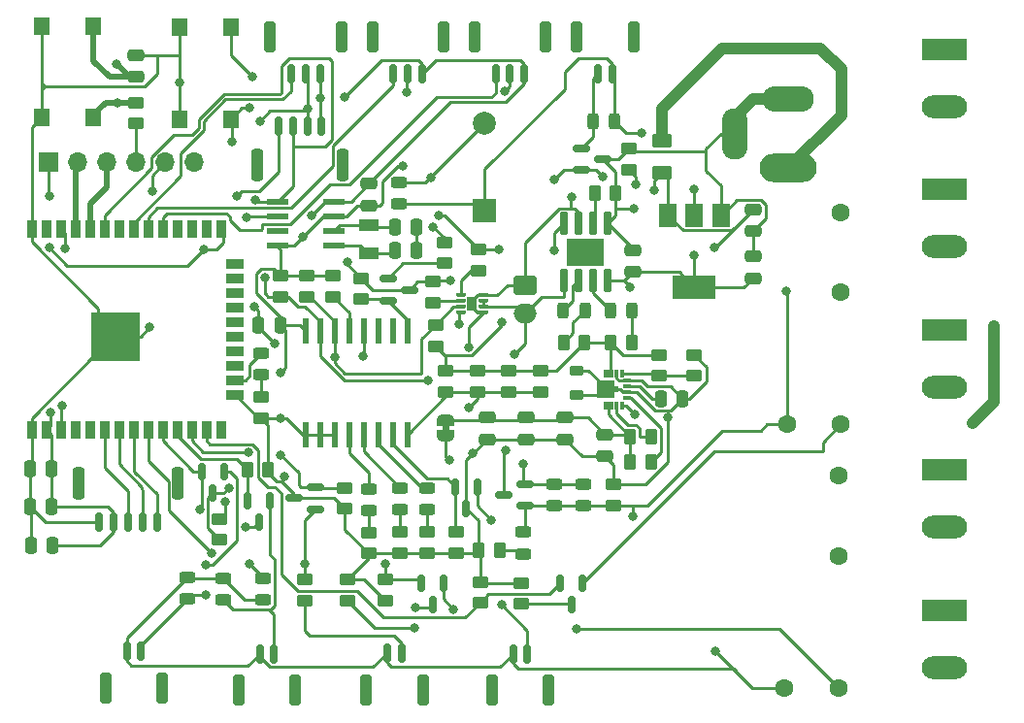
<source format=gbr>
%TF.GenerationSoftware,KiCad,Pcbnew,8.0.3*%
%TF.CreationDate,2024-06-22T21:39:14+05:00*%
%TF.ProjectId,Capibator_PCB,43617069-6261-4746-9f72-5f5043422e6b,1.1*%
%TF.SameCoordinates,Original*%
%TF.FileFunction,Copper,L1,Top*%
%TF.FilePolarity,Positive*%
%FSLAX46Y46*%
G04 Gerber Fmt 4.6, Leading zero omitted, Abs format (unit mm)*
G04 Created by KiCad (PCBNEW 8.0.3) date 2024-06-22 21:39:14*
%MOMM*%
%LPD*%
G01*
G04 APERTURE LIST*
G04 Aperture macros list*
%AMRoundRect*
0 Rectangle with rounded corners*
0 $1 Rounding radius*
0 $2 $3 $4 $5 $6 $7 $8 $9 X,Y pos of 4 corners*
0 Add a 4 corners polygon primitive as box body*
4,1,4,$2,$3,$4,$5,$6,$7,$8,$9,$2,$3,0*
0 Add four circle primitives for the rounded corners*
1,1,$1+$1,$2,$3*
1,1,$1+$1,$4,$5*
1,1,$1+$1,$6,$7*
1,1,$1+$1,$8,$9*
0 Add four rect primitives between the rounded corners*
20,1,$1+$1,$2,$3,$4,$5,0*
20,1,$1+$1,$4,$5,$6,$7,0*
20,1,$1+$1,$6,$7,$8,$9,0*
20,1,$1+$1,$8,$9,$2,$3,0*%
%AMFreePoly0*
4,1,19,0.500000,-0.750000,0.000000,-0.750000,0.000000,-0.744911,-0.071157,-0.744911,-0.207708,-0.704816,-0.327430,-0.627875,-0.420627,-0.520320,-0.479746,-0.390866,-0.500000,-0.250000,-0.500000,0.250000,-0.479746,0.390866,-0.420627,0.520320,-0.327430,0.627875,-0.207708,0.704816,-0.071157,0.744911,0.000000,0.744911,0.000000,0.750000,0.500000,0.750000,0.500000,-0.750000,0.500000,-0.750000,
$1*%
%AMFreePoly1*
4,1,19,0.000000,0.744911,0.071157,0.744911,0.207708,0.704816,0.327430,0.627875,0.420627,0.520320,0.479746,0.390866,0.500000,0.250000,0.500000,-0.250000,0.479746,-0.390866,0.420627,-0.520320,0.327430,-0.627875,0.207708,-0.704816,0.071157,-0.744911,0.000000,-0.744911,0.000000,-0.750000,-0.500000,-0.750000,-0.500000,0.750000,0.000000,0.750000,0.000000,0.744911,0.000000,0.744911,
$1*%
G04 Aperture macros list end*
%TA.AperFunction,EtchedComponent*%
%ADD10C,0.000000*%
%TD*%
%TA.AperFunction,ComponentPad*%
%ADD11O,5.000000X2.500000*%
%TD*%
%TA.AperFunction,ComponentPad*%
%ADD12O,4.500000X2.250000*%
%TD*%
%TA.AperFunction,ComponentPad*%
%ADD13O,2.250000X4.500000*%
%TD*%
%TA.AperFunction,SMDPad,CuDef*%
%ADD14R,0.900000X1.500000*%
%TD*%
%TA.AperFunction,SMDPad,CuDef*%
%ADD15R,1.500000X0.900000*%
%TD*%
%TA.AperFunction,SMDPad,CuDef*%
%ADD16R,1.050000X1.050000*%
%TD*%
%TA.AperFunction,HeatsinkPad*%
%ADD17C,0.600000*%
%TD*%
%TA.AperFunction,SMDPad,CuDef*%
%ADD18R,4.200000X4.200000*%
%TD*%
%TA.AperFunction,SMDPad,CuDef*%
%ADD19RoundRect,0.250000X-0.250000X-1.100000X0.250000X-1.100000X0.250000X1.100000X-0.250000X1.100000X0*%
%TD*%
%TA.AperFunction,SMDPad,CuDef*%
%ADD20RoundRect,0.150000X-0.150000X-0.700000X0.150000X-0.700000X0.150000X0.700000X-0.150000X0.700000X0*%
%TD*%
%TA.AperFunction,SMDPad,CuDef*%
%ADD21R,1.400000X1.600000*%
%TD*%
%TA.AperFunction,SMDPad,CuDef*%
%ADD22RoundRect,0.250000X-0.475000X0.250000X-0.475000X-0.250000X0.475000X-0.250000X0.475000X0.250000X0*%
%TD*%
%TA.AperFunction,SMDPad,CuDef*%
%ADD23RoundRect,0.250000X0.450000X-0.262500X0.450000X0.262500X-0.450000X0.262500X-0.450000X-0.262500X0*%
%TD*%
%TA.AperFunction,SMDPad,CuDef*%
%ADD24RoundRect,0.243750X0.456250X-0.243750X0.456250X0.243750X-0.456250X0.243750X-0.456250X-0.243750X0*%
%TD*%
%TA.AperFunction,SMDPad,CuDef*%
%ADD25RoundRect,0.250000X-0.262500X-0.450000X0.262500X-0.450000X0.262500X0.450000X-0.262500X0.450000X0*%
%TD*%
%TA.AperFunction,SMDPad,CuDef*%
%ADD26RoundRect,0.250000X0.250000X1.100000X-0.250000X1.100000X-0.250000X-1.100000X0.250000X-1.100000X0*%
%TD*%
%TA.AperFunction,SMDPad,CuDef*%
%ADD27RoundRect,0.150000X0.150000X0.700000X-0.150000X0.700000X-0.150000X-0.700000X0.150000X-0.700000X0*%
%TD*%
%TA.AperFunction,SMDPad,CuDef*%
%ADD28FreePoly0,90.000000*%
%TD*%
%TA.AperFunction,SMDPad,CuDef*%
%ADD29FreePoly1,90.000000*%
%TD*%
%TA.AperFunction,ComponentPad*%
%ADD30R,3.960000X1.980000*%
%TD*%
%TA.AperFunction,ComponentPad*%
%ADD31O,3.960000X1.980000*%
%TD*%
%TA.AperFunction,SMDPad,CuDef*%
%ADD32RoundRect,0.250000X-0.250000X-0.475000X0.250000X-0.475000X0.250000X0.475000X-0.250000X0.475000X0*%
%TD*%
%TA.AperFunction,SMDPad,CuDef*%
%ADD33RoundRect,0.250000X-0.450000X0.262500X-0.450000X-0.262500X0.450000X-0.262500X0.450000X0.262500X0*%
%TD*%
%TA.AperFunction,SMDPad,CuDef*%
%ADD34RoundRect,0.250000X-0.625000X0.375000X-0.625000X-0.375000X0.625000X-0.375000X0.625000X0.375000X0*%
%TD*%
%TA.AperFunction,SMDPad,CuDef*%
%ADD35RoundRect,0.218750X-0.381250X0.218750X-0.381250X-0.218750X0.381250X-0.218750X0.381250X0.218750X0*%
%TD*%
%TA.AperFunction,SMDPad,CuDef*%
%ADD36RoundRect,0.250000X0.250000X0.475000X-0.250000X0.475000X-0.250000X-0.475000X0.250000X-0.475000X0*%
%TD*%
%TA.AperFunction,SMDPad,CuDef*%
%ADD37RoundRect,0.150000X-0.150000X0.587500X-0.150000X-0.587500X0.150000X-0.587500X0.150000X0.587500X0*%
%TD*%
%TA.AperFunction,SMDPad,CuDef*%
%ADD38RoundRect,0.243750X0.243750X0.456250X-0.243750X0.456250X-0.243750X-0.456250X0.243750X-0.456250X0*%
%TD*%
%TA.AperFunction,ComponentPad*%
%ADD39R,1.700000X1.700000*%
%TD*%
%TA.AperFunction,ComponentPad*%
%ADD40O,1.700000X1.700000*%
%TD*%
%TA.AperFunction,SMDPad,CuDef*%
%ADD41RoundRect,0.250000X0.475000X-0.250000X0.475000X0.250000X-0.475000X0.250000X-0.475000X-0.250000X0*%
%TD*%
%TA.AperFunction,SMDPad,CuDef*%
%ADD42RoundRect,0.243750X-0.456250X0.243750X-0.456250X-0.243750X0.456250X-0.243750X0.456250X0.243750X0*%
%TD*%
%TA.AperFunction,ComponentPad*%
%ADD43C,1.608000*%
%TD*%
%TA.AperFunction,SMDPad,CuDef*%
%ADD44RoundRect,0.150000X-0.587500X-0.150000X0.587500X-0.150000X0.587500X0.150000X-0.587500X0.150000X0*%
%TD*%
%TA.AperFunction,SMDPad,CuDef*%
%ADD45RoundRect,0.002500X0.297500X0.122500X-0.297500X0.122500X-0.297500X-0.122500X0.297500X-0.122500X0*%
%TD*%
%TA.AperFunction,SMDPad,CuDef*%
%ADD46RoundRect,0.002500X0.122500X0.297500X-0.122500X0.297500X-0.122500X-0.297500X0.122500X-0.297500X0*%
%TD*%
%TA.AperFunction,SMDPad,CuDef*%
%ADD47RoundRect,0.014000X0.411000X0.336000X-0.411000X0.336000X-0.411000X-0.336000X0.411000X-0.336000X0*%
%TD*%
%TA.AperFunction,SMDPad,CuDef*%
%ADD48RoundRect,0.003500X0.721500X0.171500X-0.721500X0.171500X-0.721500X-0.171500X0.721500X-0.171500X0*%
%TD*%
%TA.AperFunction,SMDPad,CuDef*%
%ADD49RoundRect,0.003500X0.896500X0.171500X-0.896500X0.171500X-0.896500X-0.171500X0.896500X-0.171500X0*%
%TD*%
%TA.AperFunction,SMDPad,CuDef*%
%ADD50RoundRect,0.008100X0.371900X0.126900X-0.371900X0.126900X-0.371900X-0.126900X0.371900X-0.126900X0*%
%TD*%
%TA.AperFunction,SMDPad,CuDef*%
%ADD51R,0.900000X1.300000*%
%TD*%
%TA.AperFunction,ComponentPad*%
%ADD52RoundRect,0.250000X-0.750000X0.600000X-0.750000X-0.600000X0.750000X-0.600000X0.750000X0.600000X0*%
%TD*%
%TA.AperFunction,ComponentPad*%
%ADD53O,2.000000X1.700000*%
%TD*%
%TA.AperFunction,SMDPad,CuDef*%
%ADD54R,1.800000X1.000000*%
%TD*%
%TA.AperFunction,SMDPad,CuDef*%
%ADD55R,3.302000X2.413000*%
%TD*%
%TA.AperFunction,SMDPad,CuDef*%
%ADD56RoundRect,0.042000X-0.258000X0.943000X-0.258000X-0.943000X0.258000X-0.943000X0.258000X0.943000X0*%
%TD*%
%TA.AperFunction,ComponentPad*%
%ADD57R,2.000000X2.000000*%
%TD*%
%TA.AperFunction,ComponentPad*%
%ADD58C,2.000000*%
%TD*%
%TA.AperFunction,SMDPad,CuDef*%
%ADD59RoundRect,0.250000X0.262500X0.450000X-0.262500X0.450000X-0.262500X-0.450000X0.262500X-0.450000X0*%
%TD*%
%TA.AperFunction,SMDPad,CuDef*%
%ADD60R,0.558800X2.286000*%
%TD*%
%TA.AperFunction,SMDPad,CuDef*%
%ADD61RoundRect,0.243750X-0.243750X-0.456250X0.243750X-0.456250X0.243750X0.456250X-0.243750X0.456250X0*%
%TD*%
%TA.AperFunction,SMDPad,CuDef*%
%ADD62R,1.981200X0.533400*%
%TD*%
%TA.AperFunction,SMDPad,CuDef*%
%ADD63RoundRect,0.250000X0.250000X1.150000X-0.250000X1.150000X-0.250000X-1.150000X0.250000X-1.150000X0*%
%TD*%
%TA.AperFunction,SMDPad,CuDef*%
%ADD64R,1.500000X2.000000*%
%TD*%
%TA.AperFunction,SMDPad,CuDef*%
%ADD65R,3.800000X2.000000*%
%TD*%
%TA.AperFunction,SMDPad,CuDef*%
%ADD66RoundRect,0.250000X-0.250000X-1.150000X0.250000X-1.150000X0.250000X1.150000X-0.250000X1.150000X0*%
%TD*%
%TA.AperFunction,SMDPad,CuDef*%
%ADD67RoundRect,0.150000X0.587500X0.150000X-0.587500X0.150000X-0.587500X-0.150000X0.587500X-0.150000X0*%
%TD*%
%TA.AperFunction,ViaPad*%
%ADD68C,0.800000*%
%TD*%
%TA.AperFunction,Conductor*%
%ADD69C,1.000000*%
%TD*%
%TA.AperFunction,Conductor*%
%ADD70C,0.250000*%
%TD*%
%TA.AperFunction,Conductor*%
%ADD71C,0.500000*%
%TD*%
G04 APERTURE END LIST*
D10*
%TA.AperFunction,EtchedComponent*%
%TO.C,JP2*%
G36*
X172310000Y-108520000D02*
G01*
X171710000Y-108520000D01*
X171710000Y-108020000D01*
X172310000Y-108020000D01*
X172310000Y-108520000D01*
G37*
%TD.AperFunction*%
%TD*%
D11*
%TO.P,J5,1*%
%TO.N,Net-(F1-Pad1)*%
X201900000Y-85600000D03*
D12*
%TO.P,J5,2*%
%TO.N,GND*%
X201900000Y-79600000D03*
D13*
%TO.P,J5,3*%
X197200000Y-82600000D03*
%TD*%
D14*
%TO.P,U2,1,GND*%
%TO.N,GND*%
X135900000Y-108420000D03*
%TO.P,U2,2,VDD*%
%TO.N,+3.3V*%
X137170000Y-108420000D03*
%TO.P,U2,3,EN*%
%TO.N,/MCU/RESET*%
X138440000Y-108420000D03*
%TO.P,U2,4,SENSOR_VP*%
%TO.N,/MCU/GPIO36*%
X139710000Y-108420000D03*
%TO.P,U2,5,SENSOR_VN*%
%TO.N,/MCU/GPIO37*%
X140980000Y-108420000D03*
%TO.P,U2,6,IO34*%
%TO.N,/MCU/ROTARY_CLK*%
X142250000Y-108420000D03*
%TO.P,U2,7,IO35*%
%TO.N,/MCU/ROT_SW*%
X143520000Y-108420000D03*
%TO.P,U2,8,IO32*%
%TO.N,/MCU/ROTARY_DATA*%
X144790000Y-108420000D03*
%TO.P,U2,9,IO33*%
%TO.N,/MCU/heater*%
X146060000Y-108420000D03*
%TO.P,U2,10,IO25*%
%TO.N,/MCU/WATER_PUMP_PIN*%
X147330000Y-108420000D03*
%TO.P,U2,11,IO26*%
%TO.N,/MCU/FAN_EXHAUST_PIN*%
X148600000Y-108420000D03*
%TO.P,U2,12,IO27*%
%TO.N,/MCU/MIST_PIN*%
X149870000Y-108420000D03*
%TO.P,U2,13,IO14*%
%TO.N,/MCU/turner*%
X151140000Y-108420000D03*
%TO.P,U2,14,IO12*%
%TO.N,/MCU/GPIO12*%
X152410000Y-108420000D03*
D15*
%TO.P,U2,15,GND*%
%TO.N,GND*%
X153660000Y-105380000D03*
%TO.P,U2,16,IO13*%
%TO.N,/MCU/IO_LED*%
X153660000Y-104110000D03*
%TO.P,U2,17,SHD/SD2*%
%TO.N,unconnected-(U2-SHD{slash}SD2-Pad17)*%
X153660000Y-102840000D03*
%TO.P,U2,18,SWP/SD3*%
%TO.N,unconnected-(U2-SWP{slash}SD3-Pad18)*%
X153660000Y-101570000D03*
%TO.P,U2,19,SCS/CMD*%
%TO.N,unconnected-(U2-SCS{slash}CMD-Pad19)*%
X153660000Y-100300000D03*
%TO.P,U2,20,SCK/CLK*%
%TO.N,unconnected-(U2-SCK{slash}CLK-Pad20)*%
X153660000Y-99030000D03*
%TO.P,U2,21,SDO/SD0*%
%TO.N,unconnected-(U2-SDO{slash}SD0-Pad21)*%
X153660000Y-97760000D03*
%TO.P,U2,22,SDI/SD1*%
%TO.N,unconnected-(U2-SDI{slash}SD1-Pad22)*%
X153660000Y-96490000D03*
%TO.P,U2,23,IO15*%
%TO.N,12V_status*%
X153660000Y-95220000D03*
%TO.P,U2,24,IO2*%
%TO.N,/MCU/GPIO2*%
X153660000Y-93950000D03*
D14*
%TO.P,U2,25,IO0*%
%TO.N,/MCU/GPIO0*%
X152410000Y-90920000D03*
%TO.P,U2,26,IO4*%
%TO.N,unconnected-(U2-IO4-Pad26)*%
X151140000Y-90920000D03*
%TO.P,U2,27,IO16*%
%TO.N,/MCU/GPIO16*%
X149870000Y-90920000D03*
%TO.P,U2,28,IO17*%
%TO.N,/MCU/GPIO17*%
X148600000Y-90920000D03*
%TO.P,U2,29,IO5*%
%TO.N,/MCU/WATER_LEVEL_DATA*%
X147330000Y-90920000D03*
%TO.P,U2,30,IO18*%
%TO.N,/MCU/TEMP1_DATA*%
X146060000Y-90920000D03*
%TO.P,U2,31,IO19*%
%TO.N,/MCU/TEMP2_DATA*%
X144790000Y-90920000D03*
%TO.P,U2,32,NC*%
%TO.N,unconnected-(U2-NC-Pad32)*%
X143520000Y-90920000D03*
%TO.P,U2,33,IO21*%
%TO.N,/MCU/SDA*%
X142250000Y-90920000D03*
%TO.P,U2,34,RXD0/IO3*%
%TO.N,/MCU/RX*%
X140980000Y-90920000D03*
%TO.P,U2,35,TXD0/IO1*%
%TO.N,/MCU/TX*%
X139710000Y-90920000D03*
%TO.P,U2,36,IO22*%
%TO.N,/MCU/SCL*%
X138440000Y-90920000D03*
%TO.P,U2,37,IO23*%
%TO.N,unconnected-(U2-IO23-Pad37)*%
X137170000Y-90920000D03*
%TO.P,U2,38,GND*%
%TO.N,GND*%
X135900000Y-90920000D03*
D16*
%TO.P,U2,39,GND*%
X141715000Y-101875000D03*
D17*
X142477500Y-101875000D03*
D16*
X143240000Y-101875000D03*
D17*
X144002500Y-101875000D03*
D16*
X144765000Y-101875000D03*
D17*
X141715000Y-101112500D03*
X143240000Y-101112500D03*
X144765000Y-101112500D03*
D16*
X141715000Y-100350000D03*
D17*
X142477500Y-100350000D03*
D16*
X143240000Y-100350000D03*
D18*
X143240000Y-100350000D03*
D17*
X144002500Y-100350000D03*
D16*
X144765000Y-100350000D03*
D17*
X141715000Y-99587500D03*
X143240000Y-99587500D03*
X144765000Y-99587500D03*
D16*
X141715000Y-98825000D03*
D17*
X142477500Y-98825000D03*
D16*
X143240000Y-98825000D03*
D17*
X144002500Y-98825000D03*
D16*
X144765000Y-98825000D03*
%TD*%
D19*
%TO.P,J2,MP*%
%TO.N,N/C*%
X180985000Y-131170000D03*
X176035000Y-131170000D03*
D20*
%TO.P,J2,2,Pin_2*%
%TO.N,Net-(J2-Pin_2)*%
X179135000Y-127970000D03*
%TO.P,J2,1,Pin_1*%
%TO.N,+12V*%
X177885000Y-127970000D03*
%TD*%
D21*
%TO.P,SW2,1,1*%
%TO.N,GND*%
X136760000Y-81220000D03*
X136760000Y-73220000D03*
%TO.P,SW2,2,2*%
%TO.N,/MCU/RESET*%
X141260000Y-81220000D03*
X141260000Y-73220000D03*
%TD*%
D22*
%TO.P,C13,1*%
%TO.N,/MCU/TPS_VIN*%
X182410000Y-107370000D03*
%TO.P,C13,2*%
%TO.N,GND*%
X182410000Y-109270000D03*
%TD*%
D23*
%TO.P,R38,1*%
%TO.N,GND*%
X172910000Y-119170000D03*
%TO.P,R38,2*%
%TO.N,/MCU/LED_PIN*%
X172910000Y-117345000D03*
%TD*%
D24*
%TO.P,D2,1,K*%
%TO.N,Net-(D2-K)*%
X178810000Y-119257500D03*
%TO.P,D2,2,A*%
%TO.N,+12V*%
X178810000Y-117382500D03*
%TD*%
D25*
%TO.P,R32,1*%
%TO.N,Net-(D14-A)*%
X182297500Y-100820000D03*
%TO.P,R32,2*%
%TO.N,+3.3V*%
X184122500Y-100820000D03*
%TD*%
D26*
%TO.P,J12,MP*%
%TO.N,N/C*%
X174510000Y-74170000D03*
X180710000Y-74170000D03*
D27*
%TO.P,J12,3,Pin_3*%
%TO.N,/MCU/WATER_LEVEL_DATA*%
X176360000Y-77370000D03*
%TO.P,J12,2,Pin_2*%
%TO.N,+3.3V*%
X177610000Y-77370000D03*
%TO.P,J12,1,Pin_1*%
%TO.N,GND*%
X178860000Y-77370000D03*
%TD*%
D28*
%TO.P,JP2,1,A*%
%TO.N,Buck_In*%
X172010000Y-108920000D03*
D29*
%TO.P,JP2,2,B*%
%TO.N,/MCU/TPS_VIN*%
X172010000Y-107620000D03*
%TD*%
D26*
%TO.P,J9,MP*%
%TO.N,N/C*%
X183435000Y-74170000D03*
X188385000Y-74170000D03*
D27*
%TO.P,J9,2,Pin_2*%
%TO.N,Net-(D6-A)*%
X185285000Y-77370000D03*
%TO.P,J9,1,Pin_1*%
%TO.N,+12V*%
X186535000Y-77370000D03*
%TD*%
D30*
%TO.P,J4,1,Pin_1*%
%TO.N,Net-(J4-Pin_1)*%
X215510000Y-87475000D03*
D31*
%TO.P,J4,2,Pin_2*%
X215510000Y-92475000D03*
%TD*%
D32*
%TO.P,C5,1*%
%TO.N,GND*%
X135760000Y-111820000D03*
%TO.P,C5,2*%
%TO.N,+3.3V*%
X137660000Y-111820000D03*
%TD*%
D22*
%TO.P,C2,1*%
%TO.N,/MCU/TPS_VIN*%
X185910000Y-108870000D03*
%TO.P,C2,2*%
%TO.N,GND*%
X185910000Y-110770000D03*
%TD*%
D33*
%TO.P,R14,1*%
%TO.N,Net-(D5-K)*%
X168010000Y-117345000D03*
%TO.P,R14,2*%
%TO.N,GND*%
X168010000Y-119170000D03*
%TD*%
%TO.P,R22,1*%
%TO.N,+3.3V*%
X174910000Y-92707500D03*
%TO.P,R22,2*%
%TO.N,Net-(U6-~{ALERT})*%
X174910000Y-94532500D03*
%TD*%
D34*
%TO.P,F1,1*%
%TO.N,Net-(F1-Pad1)*%
X190910000Y-83220000D03*
%TO.P,F1,2*%
%TO.N,+12V*%
X190910000Y-86020000D03*
%TD*%
D35*
%TO.P,L1,1,1*%
%TO.N,Net-(U1-L2)*%
X183410000Y-103257500D03*
%TO.P,L1,2,2*%
%TO.N,Net-(U1-L1)*%
X183410000Y-105382500D03*
%TD*%
D25*
%TO.P,R31,1*%
%TO.N,+3.3V*%
X186397500Y-100820000D03*
%TO.P,R31,2*%
%TO.N,Net-(D13-A)*%
X188222500Y-100820000D03*
%TD*%
D24*
%TO.P,D5,1,K*%
%TO.N,Net-(D5-K)*%
X168010000Y-115395000D03*
%TO.P,D5,2,A*%
%TO.N,/MCU/BUSY_LED*%
X168010000Y-113520000D03*
%TD*%
D36*
%TO.P,C6,1*%
%TO.N,+3.3V*%
X137660000Y-115120000D03*
%TO.P,C6,2*%
%TO.N,GND*%
X135760000Y-115120000D03*
%TD*%
D21*
%TO.P,SW1,1,1*%
%TO.N,GND*%
X148760000Y-81320000D03*
X148760000Y-73320000D03*
%TO.P,SW1,2,2*%
%TO.N,/MCU/GPIO0*%
X153260000Y-81320000D03*
X153260000Y-73320000D03*
%TD*%
D37*
%TO.P,Q3,1,D*%
%TO.N,Net-(Q3-D)*%
X183910000Y-121820000D03*
%TO.P,Q3,2,G*%
%TO.N,/MCU/turner*%
X182010000Y-121820000D03*
%TO.P,Q3,3,S*%
%TO.N,Net-(Q3-S)*%
X182960000Y-123695000D03*
%TD*%
D19*
%TO.P,J8,MP*%
%TO.N,N/C*%
X158885000Y-131170000D03*
X153935000Y-131170000D03*
D20*
%TO.P,J8,2,Pin_2*%
%TO.N,Net-(D3-A)*%
X157035000Y-127970000D03*
%TO.P,J8,1,Pin_1*%
%TO.N,+12V*%
X155785000Y-127970000D03*
%TD*%
D24*
%TO.P,D7,1,K*%
%TO.N,Net-(D7-K)*%
X170410000Y-115395000D03*
%TO.P,D7,2,A*%
%TO.N,/MCU/CON_LED*%
X170410000Y-113520000D03*
%TD*%
D33*
%TO.P,R36,1*%
%TO.N,Net-(D8-A)*%
X159710000Y-121507500D03*
%TO.P,R36,2*%
%TO.N,Net-(J10-Pin_2)*%
X159710000Y-123332500D03*
%TD*%
D37*
%TO.P,Q8,1,D*%
%TO.N,Net-(J2-Pin_2)*%
X174760000Y-113420000D03*
%TO.P,Q8,2,G*%
%TO.N,/MCU/LED_PIN*%
X172860000Y-113420000D03*
%TO.P,Q8,3,S*%
%TO.N,GND*%
X173810000Y-115295000D03*
%TD*%
D33*
%TO.P,C21,1*%
%TO.N,+3.3V*%
X172010000Y-103307500D03*
%TO.P,C21,2*%
%TO.N,GND*%
X172010000Y-105132500D03*
%TD*%
D38*
%TO.P,D6,1,K*%
%TO.N,+12V*%
X186747500Y-81520000D03*
%TO.P,D6,2,A*%
%TO.N,Net-(D6-A)*%
X184872500Y-81520000D03*
%TD*%
D32*
%TO.P,C10,1*%
%TO.N,GND*%
X155660000Y-99320000D03*
%TO.P,C10,2*%
%TO.N,+3.3V*%
X157560000Y-99320000D03*
%TD*%
D39*
%TO.P,J1,1,Pin_1*%
%TO.N,/MCU/GPIO0*%
X137370000Y-85120000D03*
D40*
%TO.P,J1,2,Pin_2*%
%TO.N,/MCU/TX*%
X139910000Y-85120000D03*
%TO.P,J1,3,Pin_3*%
%TO.N,/MCU/RX*%
X142450000Y-85120000D03*
%TO.P,J1,4,Pin_4*%
%TO.N,+3.3V*%
X144990000Y-85120000D03*
%TO.P,J1,5,Pin_5*%
%TO.N,/MCU/RESET*%
X147530000Y-85120000D03*
%TO.P,J1,6,Pin_6*%
%TO.N,GND*%
X150070000Y-85120000D03*
%TD*%
D23*
%TO.P,R41,1*%
%TO.N,GND*%
X152310000Y-118032500D03*
%TO.P,R41,2*%
%TO.N,/MCU/WATER_PUMP_PIN*%
X152310000Y-116207500D03*
%TD*%
%TO.P,R6,1*%
%TO.N,/MCU/turner*%
X175010000Y-123532500D03*
%TO.P,R6,2*%
%TO.N,GND*%
X175010000Y-121707500D03*
%TD*%
D32*
%TO.P,C14,1*%
%TO.N,/MCU/TPS_VAUX*%
X190760000Y-105720000D03*
%TO.P,C14,2*%
%TO.N,GND*%
X192660000Y-105720000D03*
%TD*%
D41*
%TO.P,C20,1*%
%TO.N,+5V*%
X188310000Y-94670000D03*
%TO.P,C20,2*%
%TO.N,GND*%
X188310000Y-92770000D03*
%TD*%
D42*
%TO.P,D12,1,K*%
%TO.N,Buck_In*%
X181510000Y-113182500D03*
%TO.P,D12,2,A*%
%TO.N,+12V*%
X181510000Y-115057500D03*
%TD*%
D23*
%TO.P,R25,1*%
%TO.N,/MCU/TPS_FB*%
X193710000Y-103732500D03*
%TO.P,R25,2*%
%TO.N,GND*%
X193710000Y-101907500D03*
%TD*%
D43*
%TO.P,U9,1,1*%
%TO.N,Net-(Q3-D)*%
X206460000Y-107970000D03*
%TO.P,U9,2,2*%
%TO.N,Net-(J3-Pin_2)*%
X206460000Y-96470000D03*
%TO.P,U9,3,3*%
%TO.N,Net-(J3-Pin_1)*%
X206460000Y-89470000D03*
%TO.P,U9,4,4*%
%TO.N,+12V*%
X201760000Y-107970000D03*
%TD*%
D44*
%TO.P,Q9,1,D*%
%TO.N,Net-(Q9-D)*%
X166972500Y-95270000D03*
%TO.P,Q9,2,G*%
%TO.N,/MCU/BUZ_PIN*%
X166972500Y-97170000D03*
%TO.P,Q9,3,S*%
%TO.N,GND*%
X168847500Y-96220000D03*
%TD*%
D22*
%TO.P,C3,1*%
%TO.N,GND*%
X145010000Y-75770000D03*
%TO.P,C3,2*%
%TO.N,/MCU/RESET*%
X145010000Y-77670000D03*
%TD*%
D33*
%TO.P,R13,1*%
%TO.N,GND*%
X188010000Y-83907500D03*
%TO.P,R13,2*%
%TO.N,/MCU/FAN_CON_PIN*%
X188010000Y-85732500D03*
%TD*%
%TO.P,C19,1*%
%TO.N,+3.3V*%
X174810000Y-103307500D03*
%TO.P,C19,2*%
%TO.N,GND*%
X174810000Y-105132500D03*
%TD*%
%TO.P,R5,1*%
%TO.N,/MCU/heater*%
X166710000Y-121507500D03*
%TO.P,R5,2*%
%TO.N,GND*%
X166710000Y-123332500D03*
%TD*%
D45*
%TO.P,U1,1,PS/SYNC*%
%TO.N,/MCU/PS*%
X187860000Y-105670000D03*
%TO.P,U1,2,PG*%
%TO.N,GND*%
X187860000Y-105170000D03*
%TO.P,U1,3,VAUX*%
%TO.N,/MCU/TPS_VAUX*%
X187860000Y-104670000D03*
%TO.P,U1,4,GND*%
%TO.N,GND*%
X187860000Y-104170000D03*
D46*
%TO.P,U1,5,FB*%
%TO.N,/MCU/TPS_FB*%
X187435000Y-103520000D03*
%TO.P,U1,6,FB2*%
%TO.N,GND*%
X186935000Y-103520000D03*
D47*
%TO.P,U1,7_8,VOUT*%
%TO.N,+3.3V*%
X186185000Y-103520000D03*
D48*
%TO.P,U1,9,L2*%
%TO.N,Net-(U1-L2)*%
X185935000Y-104420000D03*
D49*
%TO.P,U1,10,PGND*%
%TO.N,GND*%
X186110000Y-104920000D03*
D48*
%TO.P,U1,11,L1*%
%TO.N,Net-(U1-L1)*%
X185935000Y-105420000D03*
D47*
%TO.P,U1,12_13,VIN*%
%TO.N,/MCU/TPS_VIN*%
X186185000Y-106320000D03*
D46*
%TO.P,U1,14,EN*%
%TO.N,/MCU/EN*%
X186935000Y-106320000D03*
%TO.P,U1,15,VSEL*%
%TO.N,GND*%
X187435000Y-106320000D03*
%TD*%
D22*
%TO.P,C1,1*%
%TO.N,/MCU/TPS_VIN*%
X175610000Y-107370000D03*
%TO.P,C1,2*%
%TO.N,GND*%
X175610000Y-109270000D03*
%TD*%
D26*
%TO.P,J17,MP*%
%TO.N,N/C*%
X165610000Y-74170000D03*
X171810000Y-74170000D03*
D27*
%TO.P,J17,3,Pin_3*%
%TO.N,/MCU/TEMP1_DATA*%
X167460000Y-77370000D03*
%TO.P,J17,2,Pin_2*%
%TO.N,+3.3V*%
X168710000Y-77370000D03*
%TO.P,J17,1,Pin_1*%
%TO.N,GND*%
X169960000Y-77370000D03*
%TD*%
D44*
%TO.P,Q5,1,D*%
%TO.N,Net-(D6-A)*%
X183872500Y-83870000D03*
%TO.P,Q5,2,G*%
%TO.N,/MCU/FAN_CON_PIN*%
X183872500Y-85770000D03*
%TO.P,Q5,3,S*%
%TO.N,GND*%
X185747500Y-84820000D03*
%TD*%
D50*
%TO.P,U6,1,CTG*%
%TO.N,GND*%
X175280000Y-98220000D03*
%TO.P,U6,2,CELL*%
%TO.N,MCU_BAT*%
X175280000Y-97720000D03*
%TO.P,U6,3,VDD*%
X175280000Y-97220000D03*
%TO.P,U6,4,GND*%
%TO.N,GND*%
X175280000Y-96720000D03*
%TO.P,U6,5,~{ALERT}*%
%TO.N,Net-(U6-~{ALERT})*%
X173310000Y-96720000D03*
%TO.P,U6,6,QSTRT*%
%TO.N,Net-(U6-QSTRT)*%
X173310000Y-97220000D03*
%TO.P,U6,7,SCL*%
%TO.N,/MCU/SCL*%
X173310000Y-97720000D03*
%TO.P,U6,8,SDA*%
%TO.N,/MCU/SDA*%
X173310000Y-98220000D03*
D51*
%TO.P,U6,9,EP*%
%TO.N,GND*%
X174295000Y-97470000D03*
%TD*%
D42*
%TO.P,D11,1,K*%
%TO.N,+12V*%
X149510000Y-121282500D03*
%TO.P,D11,2,A*%
%TO.N,Net-(D11-A)*%
X149510000Y-123157500D03*
%TD*%
D33*
%TO.P,R1,1*%
%TO.N,/MCU/RESET*%
X145010000Y-79907500D03*
%TO.P,R1,2*%
%TO.N,+3.3V*%
X145010000Y-81732500D03*
%TD*%
D52*
%TO.P,J14,1*%
%TO.N,GND*%
X178910000Y-95820000D03*
D53*
%TO.P,J14,2*%
%TO.N,MCU_BAT*%
X178910000Y-98320000D03*
%TD*%
D42*
%TO.P,D1,1,K*%
%TO.N,Buck_In*%
X184010000Y-113182500D03*
%TO.P,D1,2,A*%
%TO.N,+12V*%
X184010000Y-115057500D03*
%TD*%
D30*
%TO.P,J6,1,Pin_1*%
%TO.N,Net-(J6-Pin_1)*%
X215510000Y-111955000D03*
D31*
%TO.P,J6,2,Pin_2*%
X215510000Y-116955000D03*
%TD*%
D33*
%TO.P,R39,1*%
%TO.N,GND*%
X164610000Y-95207500D03*
%TO.P,R39,2*%
%TO.N,/MCU/BUZ_PIN*%
X164610000Y-97032500D03*
%TD*%
D25*
%TO.P,R23,1*%
%TO.N,/MCU/TPS_VIN*%
X188097500Y-109020000D03*
%TO.P,R23,2*%
%TO.N,/MCU/EN*%
X189922500Y-109020000D03*
%TD*%
D54*
%TO.P,Y1,1,1*%
%TO.N,Net-(U8-X2)*%
X165310000Y-90570000D03*
%TO.P,Y1,2,2*%
%TO.N,Net-(U8-X1)*%
X165310000Y-93070000D03*
%TD*%
D24*
%TO.P,D8,1,K*%
%TO.N,+12V*%
X156110000Y-123257500D03*
%TO.P,D8,2,A*%
%TO.N,Net-(D8-A)*%
X156110000Y-121382500D03*
%TD*%
D55*
%TO.P,U7,9*%
%TO.N,N/C*%
X184210000Y-92920000D03*
D56*
%TO.P,U7,8,CE*%
%TO.N,+5V*%
X186115000Y-95395000D03*
%TO.P,U7,7,CHRG*%
%TO.N,Net-(D13-K)*%
X184845000Y-95395000D03*
%TO.P,U7,6,STDBY*%
%TO.N,Net-(D14-K)*%
X183575000Y-95395000D03*
%TO.P,U7,5,BAT*%
%TO.N,MCU_BAT*%
X182305000Y-95395000D03*
%TO.P,U7,4,VCC*%
%TO.N,+5V*%
X182305000Y-90445000D03*
%TO.P,U7,3,GND*%
%TO.N,GND*%
X183575000Y-90445000D03*
%TO.P,U7,2,PROG*%
%TO.N,Net-(U7-PROG)*%
X184845000Y-90445000D03*
%TO.P,U7,1,Temp1*%
%TO.N,GND*%
X186115000Y-90445000D03*
%TD*%
D25*
%TO.P,R29,1*%
%TO.N,Net-(U7-PROG)*%
X184997500Y-87820000D03*
%TO.P,R29,2*%
%TO.N,GND*%
X186822500Y-87820000D03*
%TD*%
D57*
%TO.P,BZ1,1,-*%
%TO.N,+12V*%
X175410000Y-89320000D03*
D58*
%TO.P,BZ1,2,+*%
%TO.N,Net-(BZ1-+)*%
X175410000Y-81720000D03*
%TD*%
D33*
%TO.P,R30,1*%
%TO.N,+3.3V*%
X190610000Y-101907500D03*
%TO.P,R30,2*%
%TO.N,/MCU/TPS_FB*%
X190610000Y-103732500D03*
%TD*%
%TO.P,R12,1*%
%TO.N,Net-(D4-K)*%
X165310000Y-117407500D03*
%TO.P,R12,2*%
%TO.N,GND*%
X165310000Y-119232500D03*
%TD*%
D23*
%TO.P,R8,1*%
%TO.N,Net-(Q2-S)*%
X163410000Y-123332500D03*
%TO.P,R8,2*%
%TO.N,GND*%
X163410000Y-121507500D03*
%TD*%
D19*
%TO.P,J10,MP*%
%TO.N,N/C*%
X170010000Y-131120000D03*
X165060000Y-131120000D03*
D20*
%TO.P,J10,2,Pin_2*%
%TO.N,Net-(J10-Pin_2)*%
X168160000Y-127920000D03*
%TO.P,J10,1,Pin_1*%
%TO.N,+12V*%
X166910000Y-127920000D03*
%TD*%
D59*
%TO.P,R11,1*%
%TO.N,Net-(D2-K)*%
X176697500Y-118920000D03*
%TO.P,R11,2*%
%TO.N,GND*%
X174872500Y-118920000D03*
%TD*%
D42*
%TO.P,D3,1,K*%
%TO.N,+12V*%
X152610000Y-121382500D03*
%TO.P,D3,2,A*%
%TO.N,Net-(D3-A)*%
X152610000Y-123257500D03*
%TD*%
D36*
%TO.P,C7,1*%
%TO.N,+3.3V*%
X137710000Y-118520000D03*
%TO.P,C7,2*%
%TO.N,GND*%
X135810000Y-118520000D03*
%TD*%
D37*
%TO.P,Q2,1,D*%
%TO.N,Net-(Q2-D)*%
X171810000Y-121820000D03*
%TO.P,Q2,2,G*%
%TO.N,/MCU/heater*%
X169910000Y-121820000D03*
%TO.P,Q2,3,S*%
%TO.N,Net-(Q2-S)*%
X170860000Y-123695000D03*
%TD*%
D24*
%TO.P,D9,1,K*%
%TO.N,Net-(D9-K)*%
X155910000Y-103657500D03*
%TO.P,D9,2,A*%
%TO.N,/MCU/IO_LED*%
X155910000Y-101782500D03*
%TD*%
D33*
%TO.P,R26,1*%
%TO.N,+3.3V*%
X162210000Y-95007500D03*
%TO.P,R26,2*%
%TO.N,Net-(U5-~{INT})*%
X162210000Y-96832500D03*
%TD*%
D60*
%TO.P,U5,1,A0*%
%TO.N,GND*%
X159765000Y-108841200D03*
%TO.P,U5,2,A1*%
X161035000Y-108841200D03*
%TO.P,U5,3,A2*%
X162305000Y-108841200D03*
%TO.P,U5,4,P0*%
%TO.N,/MCU/FAULT_LED*%
X163575000Y-108841200D03*
%TO.P,U5,5,P1*%
%TO.N,/MCU/BUSY_LED*%
X164845000Y-108841200D03*
%TO.P,U5,6,P2*%
%TO.N,/MCU/CON_LED*%
X166115000Y-108841200D03*
%TO.P,U5,7,P3*%
%TO.N,/MCU/LED_PIN*%
X167385000Y-108841200D03*
%TO.P,U5,8,VSS*%
%TO.N,GND*%
X168655000Y-108841200D03*
%TO.P,U5,9,P4*%
%TO.N,/MCU/BUZ_PIN*%
X168655000Y-99798800D03*
%TO.P,U5,10,P5*%
%TO.N,/MCU/P_IO_7*%
X167385000Y-99798800D03*
%TO.P,U5,11,P6*%
%TO.N,/MCU/P_IO_5*%
X166115000Y-99798800D03*
%TO.P,U5,12,P7*%
%TO.N,/MCU/FAN_CON_PIN*%
X164845000Y-99798800D03*
%TO.P,U5,13,~{INT}*%
%TO.N,Net-(U5-~{INT})*%
X163575000Y-99798800D03*
%TO.P,U5,14,SCL*%
%TO.N,/MCU/SCL*%
X162305000Y-99798800D03*
%TO.P,U5,15,SDA*%
%TO.N,/MCU/SDA*%
X161035000Y-99798800D03*
%TO.P,U5,16,VDD*%
%TO.N,+3.3V*%
X159765000Y-99798800D03*
%TD*%
D37*
%TO.P,Q10,1,D*%
%TO.N,Net-(D11-A)*%
X152660000Y-112082500D03*
%TO.P,Q10,2,G*%
%TO.N,/MCU/WATER_PUMP_PIN*%
X150760000Y-112082500D03*
%TO.P,Q10,3,S*%
%TO.N,GND*%
X151710000Y-113957500D03*
%TD*%
D36*
%TO.P,C4,1*%
%TO.N,Net-(C4-Pad1)*%
X169460000Y-92820000D03*
%TO.P,C4,2*%
%TO.N,Net-(U8-X1)*%
X167560000Y-92820000D03*
%TD*%
D22*
%TO.P,C12,1*%
%TO.N,GND*%
X165310000Y-86970000D03*
%TO.P,C12,2*%
%TO.N,+3.3V*%
X165310000Y-88870000D03*
%TD*%
D33*
%TO.P,R40,1*%
%TO.N,Net-(BZ1-+)*%
X171910000Y-92107500D03*
%TO.P,R40,2*%
%TO.N,Net-(Q9-D)*%
X171910000Y-93932500D03*
%TD*%
D22*
%TO.P,C15,1*%
%TO.N,+12V*%
X198810000Y-89220000D03*
%TO.P,C15,2*%
%TO.N,GND*%
X198810000Y-91120000D03*
%TD*%
D23*
%TO.P,R19,1*%
%TO.N,+3.3V*%
X171110000Y-101132500D03*
%TO.P,R19,2*%
%TO.N,/MCU/SCL*%
X171110000Y-99307500D03*
%TD*%
D33*
%TO.P,R15,1*%
%TO.N,Net-(D7-K)*%
X170410000Y-117345000D03*
%TO.P,R15,2*%
%TO.N,GND*%
X170410000Y-119170000D03*
%TD*%
D43*
%TO.P,K1,1,1*%
%TO.N,Net-(Q2-D)*%
X206260000Y-130970000D03*
%TO.P,K1,2,2*%
%TO.N,Net-(J4-Pin_1)*%
X206260000Y-119470000D03*
%TO.P,K1,3,3*%
%TO.N,Net-(J6-Pin_1)*%
X206260000Y-112470000D03*
%TO.P,K1,4,4*%
%TO.N,+12V*%
X201560000Y-130970000D03*
%TD*%
D61*
%TO.P,D13,1,K*%
%TO.N,Net-(D13-K)*%
X186372500Y-98020000D03*
%TO.P,D13,2,A*%
%TO.N,Net-(D13-A)*%
X188247500Y-98020000D03*
%TD*%
D33*
%TO.P,R21,1*%
%TO.N,+3.3V*%
X157610000Y-95020000D03*
%TO.P,R21,2*%
%TO.N,/MCU/SDA*%
X157610000Y-96845000D03*
%TD*%
D23*
%TO.P,R16,1*%
%TO.N,+12V*%
X186610000Y-115032500D03*
%TO.P,R16,2*%
%TO.N,GND*%
X186610000Y-113207500D03*
%TD*%
D62*
%TO.P,U8,1,X1*%
%TO.N,Net-(U8-X1)*%
X162273800Y-92325000D03*
%TO.P,U8,2,X2*%
%TO.N,Net-(U8-X2)*%
X162273800Y-91055000D03*
%TO.P,U8,3,VBAT*%
%TO.N,+3.3V*%
X162273800Y-89785000D03*
%TO.P,U8,4,GND*%
%TO.N,GND*%
X162273800Y-88515000D03*
%TO.P,U8,5,SDA*%
%TO.N,/MCU/SDA*%
X157346200Y-88515000D03*
%TO.P,U8,6,SCL*%
%TO.N,/MCU/SCL*%
X157346200Y-89785000D03*
%TO.P,U8,7,SQW/OUT*%
%TO.N,unconnected-(U8-SQW{slash}OUT-Pad7)*%
X157346200Y-91055000D03*
%TO.P,U8,8,VCC*%
%TO.N,+3.3V*%
X157346200Y-92325000D03*
%TD*%
D61*
%TO.P,D14,1,K*%
%TO.N,Net-(D14-K)*%
X182272500Y-98020000D03*
%TO.P,D14,2,A*%
%TO.N,Net-(D14-A)*%
X184147500Y-98020000D03*
%TD*%
D24*
%TO.P,D10,1,K*%
%TO.N,+12V*%
X167910000Y-88757500D03*
%TO.P,D10,2,A*%
%TO.N,Net-(BZ1-+)*%
X167910000Y-86882500D03*
%TD*%
D26*
%TO.P,J18,MP*%
%TO.N,N/C*%
X156710000Y-74170000D03*
X162910000Y-74170000D03*
D27*
%TO.P,J18,3,Pin_3*%
%TO.N,/MCU/TEMP2_DATA*%
X158560000Y-77370000D03*
%TO.P,J18,2,Pin_2*%
%TO.N,+3.3V*%
X159810000Y-77370000D03*
%TO.P,J18,1,Pin_1*%
%TO.N,GND*%
X161060000Y-77370000D03*
%TD*%
D63*
%TO.P,J15,MP*%
%TO.N,N/C*%
X155585000Y-85320000D03*
X163035000Y-85320000D03*
D27*
%TO.P,J15,4,Pin_4*%
%TO.N,/MCU/SCL*%
X157435000Y-81970000D03*
%TO.P,J15,3,Pin_3*%
%TO.N,/MCU/SDA*%
X158685000Y-81970000D03*
%TO.P,J15,2,Pin_2*%
%TO.N,+3.3V*%
X159935000Y-81970000D03*
%TO.P,J15,1,Pin_1*%
%TO.N,GND*%
X161185000Y-81970000D03*
%TD*%
D19*
%TO.P,J19,MP*%
%TO.N,N/C*%
X147285000Y-130970000D03*
X142335000Y-130970000D03*
D20*
%TO.P,J19,2,Pin_2*%
%TO.N,Net-(D11-A)*%
X145435000Y-127770000D03*
%TO.P,J19,1,Pin_1*%
%TO.N,+12V*%
X144185000Y-127770000D03*
%TD*%
D30*
%TO.P,J7,1,Pin_1*%
%TO.N,Net-(J6-Pin_1)*%
X215510000Y-124195000D03*
D31*
%TO.P,J7,2,Pin_2*%
X215510000Y-129195000D03*
%TD*%
D59*
%TO.P,R10,1*%
%TO.N,GND*%
X156522500Y-111920000D03*
%TO.P,R10,2*%
%TO.N,/MCU/FAN_EXHAUST_PIN*%
X154697500Y-111920000D03*
%TD*%
D23*
%TO.P,R17,1*%
%TO.N,Net-(U6-QSTRT)*%
X170910000Y-97332500D03*
%TO.P,R17,2*%
%TO.N,GND*%
X170910000Y-95507500D03*
%TD*%
D33*
%TO.P,R20,1*%
%TO.N,+3.3V*%
X159910000Y-95020000D03*
%TO.P,R20,2*%
%TO.N,/MCU/SCL*%
X159910000Y-96845000D03*
%TD*%
%TO.P,C17,1*%
%TO.N,+3.3V*%
X180310000Y-103307500D03*
%TO.P,C17,2*%
%TO.N,GND*%
X180310000Y-105132500D03*
%TD*%
D23*
%TO.P,R9,1*%
%TO.N,Net-(Q3-S)*%
X178610000Y-123632500D03*
%TO.P,R9,2*%
%TO.N,GND*%
X178610000Y-121807500D03*
%TD*%
D30*
%TO.P,J3,1,Pin_1*%
%TO.N,Net-(J3-Pin_1)*%
X215510000Y-75235000D03*
D31*
%TO.P,J3,2,Pin_2*%
%TO.N,Net-(J3-Pin_2)*%
X215510000Y-80235000D03*
%TD*%
D64*
%TO.P,U3,1,GND*%
%TO.N,GND*%
X196010000Y-89720000D03*
%TO.P,U3,2,VO*%
%TO.N,+5V*%
X193710000Y-89720000D03*
D65*
X193710000Y-96020000D03*
D64*
%TO.P,U3,3,VI*%
%TO.N,+12V*%
X191410000Y-89720000D03*
%TD*%
D33*
%TO.P,C18,1*%
%TO.N,+3.3V*%
X177510000Y-103307500D03*
%TO.P,C18,2*%
%TO.N,GND*%
X177510000Y-105132500D03*
%TD*%
D22*
%TO.P,C8,1*%
%TO.N,/MCU/TPS_VIN*%
X179010000Y-107370000D03*
%TO.P,C8,2*%
%TO.N,GND*%
X179010000Y-109270000D03*
%TD*%
D66*
%TO.P,J16,MP*%
%TO.N,N/C*%
X148660000Y-113120000D03*
X139960000Y-113120000D03*
D20*
%TO.P,J16,5,Pin_5*%
%TO.N,/MCU/ROTARY_DATA*%
X146810000Y-116470000D03*
%TO.P,J16,4,Pin_4*%
%TO.N,/MCU/ROT_SW*%
X145560000Y-116470000D03*
%TO.P,J16,3,Pin_3*%
%TO.N,/MCU/ROTARY_CLK*%
X144310000Y-116470000D03*
%TO.P,J16,2,Pin_2*%
%TO.N,+3.3V*%
X143060000Y-116470000D03*
%TO.P,J16,1,Pin_1*%
%TO.N,GND*%
X141810000Y-116470000D03*
%TD*%
D25*
%TO.P,R24,1*%
%TO.N,/MCU/TPS_VIN*%
X188097500Y-111220000D03*
%TO.P,R24,2*%
%TO.N,/MCU/PS*%
X189922500Y-111220000D03*
%TD*%
D36*
%TO.P,C9,1*%
%TO.N,Net-(C4-Pad1)*%
X169460000Y-90720000D03*
%TO.P,C9,2*%
%TO.N,Net-(U8-X2)*%
X167560000Y-90720000D03*
%TD*%
D23*
%TO.P,R35,1*%
%TO.N,GND*%
X163210000Y-115332500D03*
%TO.P,R35,2*%
%TO.N,/MCU/MIST_PIN*%
X163210000Y-113507500D03*
%TD*%
D33*
%TO.P,R37,1*%
%TO.N,Net-(D9-K)*%
X155910000Y-105607500D03*
%TO.P,R37,2*%
%TO.N,GND*%
X155910000Y-107432500D03*
%TD*%
D67*
%TO.P,Q6,1,D*%
%TO.N,Net-(D8-A)*%
X160647500Y-115370000D03*
%TO.P,Q6,2,G*%
%TO.N,/MCU/MIST_PIN*%
X160647500Y-113470000D03*
%TO.P,Q6,3,S*%
%TO.N,GND*%
X158772500Y-114420000D03*
%TD*%
D24*
%TO.P,D4,1,K*%
%TO.N,Net-(D4-K)*%
X165310000Y-115457500D03*
%TO.P,D4,2,A*%
%TO.N,/MCU/FAULT_LED*%
X165310000Y-113582500D03*
%TD*%
D67*
%TO.P,Q7,1,G*%
%TO.N,+12V*%
X178910000Y-115070000D03*
%TO.P,Q7,2,S*%
%TO.N,Buck_In*%
X178910000Y-113170000D03*
%TO.P,Q7,3,D*%
%TO.N,MCU_BAT*%
X177035000Y-114120000D03*
%TD*%
D37*
%TO.P,Q4,1,D*%
%TO.N,Net-(D3-A)*%
X156660000Y-114645000D03*
%TO.P,Q4,2,G*%
%TO.N,/MCU/FAN_EXHAUST_PIN*%
X154760000Y-114645000D03*
%TO.P,Q4,3,S*%
%TO.N,GND*%
X155710000Y-116520000D03*
%TD*%
D41*
%TO.P,C16,1*%
%TO.N,+5V*%
X198810000Y-95220000D03*
%TO.P,C16,2*%
%TO.N,GND*%
X198810000Y-93320000D03*
%TD*%
D30*
%TO.P,J5,1,Pin_1*%
%TO.N,Net-(J4-Pin_1)*%
X215510000Y-99715000D03*
D31*
%TO.P,J5,2,Pin_2*%
X215510000Y-104715000D03*
%TD*%
D68*
%TO.N,GND*%
X188510000Y-107120000D03*
X191410000Y-107320000D03*
%TO.N,+3.3V*%
X155810000Y-81520000D03*
%TO.N,+5V*%
X188110000Y-96020000D03*
X181510000Y-92820000D03*
%TO.N,/MCU/SDA*%
X173210000Y-99220000D03*
X170510000Y-104120000D03*
%TO.N,/MCU/GPIO0*%
X154910000Y-80345000D03*
X155110000Y-77620000D03*
%TO.N,GND*%
X148760000Y-78120000D03*
X157110000Y-100920000D03*
X157610000Y-107432500D03*
%TO.N,/MCU/RESET*%
X143310000Y-76520000D03*
X143410000Y-79907500D03*
%TO.N,Net-(BZ1-+)*%
X170910000Y-90720000D03*
X170760000Y-86470000D03*
%TO.N,GND*%
X188410000Y-89120000D03*
X183010000Y-88120000D03*
%TO.N,Net-(J4-Pin_1)*%
X218010000Y-107820000D03*
X219810000Y-99420000D03*
%TO.N,Net-(D8-A)*%
X154910000Y-120120000D03*
X159710000Y-120120000D03*
%TO.N,GND*%
X174385000Y-110495000D03*
%TO.N,/MCU/FAN_CON_PIN*%
X181510000Y-86620000D03*
%TO.N,+3.3V*%
X137510000Y-106920000D03*
X157610000Y-103420000D03*
%TO.N,GND*%
X163410000Y-93820000D03*
X160310000Y-89720000D03*
%TO.N,+3.3V*%
X171410000Y-89720000D03*
X168310000Y-85420000D03*
X176610000Y-92720000D03*
X176910000Y-99020000D03*
%TO.N,GND*%
X172410000Y-95420000D03*
X174010000Y-101220000D03*
X174010000Y-106520000D03*
%TO.N,+5V*%
X193710000Y-93220000D03*
X193710000Y-87420000D03*
%TO.N,+12V*%
X201710000Y-96320000D03*
X195410000Y-92520000D03*
%TO.N,+3.3V*%
X177172347Y-78882347D03*
X168610000Y-79020000D03*
X159935000Y-80420000D03*
%TO.N,/MCU/RESET*%
X146410000Y-87620000D03*
X138510000Y-106320000D03*
%TO.N,/MCU/GPIO0*%
X153410000Y-83320000D03*
X150910000Y-92720000D03*
%TO.N,/MCU/SCL*%
X138810000Y-92620000D03*
X153810000Y-88020000D03*
%TO.N,GND*%
X163210000Y-79420000D03*
X161060000Y-79520000D03*
%TO.N,/MCU/SCL*%
X154610000Y-89920000D03*
X162305000Y-102120000D03*
%TO.N,Buck_In*%
X178810000Y-111420000D03*
X172310000Y-111120000D03*
%TO.N,+12V*%
X188310000Y-116020000D03*
X195510000Y-127720000D03*
X190210000Y-87520000D03*
X189110000Y-82520000D03*
%TO.N,Net-(Q2-D)*%
X183410000Y-125820000D03*
X172710000Y-124095000D03*
%TO.N,Net-(J2-Pin_2)*%
X176010000Y-116320000D03*
X176910000Y-123720000D03*
%TO.N,Net-(Q2-S)*%
X169310000Y-125720000D03*
X169410000Y-123920000D03*
%TO.N,GND*%
X157910000Y-112520000D03*
X154535000Y-116920000D03*
X153085000Y-113520000D03*
%TO.N,/MCU/heater*%
X166710000Y-120120000D03*
X151610000Y-119220000D03*
%TO.N,/MCU/MIST_PIN*%
X157610000Y-110620000D03*
X154810000Y-110420000D03*
%TO.N,/MCU/WATER_PUMP_PIN*%
X152810000Y-114720000D03*
X150560000Y-115420000D03*
%TO.N,Net-(D11-A)*%
X151110000Y-122820000D03*
X151110000Y-120220000D03*
%TO.N,MCU_BAT*%
X178010000Y-101820000D03*
X177210000Y-110220000D03*
%TO.N,GND*%
X155310000Y-97720000D03*
X146210000Y-99520000D03*
%TO.N,/MCU/FAN_CON_PIN*%
X164810000Y-102020000D03*
X188610000Y-87020000D03*
X185710000Y-86320000D03*
%TO.N,/MCU/SDA*%
X155410000Y-88381700D03*
X156210000Y-95120000D03*
%TO.N,+3.3V*%
X159510000Y-91620000D03*
%TO.N,/MCU/GPIO0*%
X137410000Y-92520000D03*
X137410000Y-88020000D03*
%TD*%
D69*
%TO.N,Net-(F1-Pad1)*%
X201900000Y-85600000D02*
X206500000Y-81000000D01*
X206500000Y-81000000D02*
X206500000Y-77000000D01*
X206500000Y-77000000D02*
X204700000Y-75200000D01*
X204700000Y-75200000D02*
X196100000Y-75200000D01*
X196100000Y-75200000D02*
X190910000Y-80390000D01*
X190910000Y-80390000D02*
X190910000Y-83220000D01*
D70*
%TO.N,GND*%
X194710000Y-83900000D02*
X196010000Y-82600000D01*
X196010000Y-82600000D02*
X197200000Y-82600000D01*
X188010000Y-83907500D02*
X188272500Y-84170000D01*
X194710000Y-84170000D02*
X194710000Y-83900000D01*
X188272500Y-84170000D02*
X194710000Y-84170000D01*
X194710000Y-83900000D02*
X194710000Y-85820000D01*
D69*
X197200000Y-82600000D02*
X197200000Y-81200000D01*
X197200000Y-81200000D02*
X198800000Y-79600000D01*
X198800000Y-79600000D02*
X201900000Y-79600000D01*
D70*
X187710000Y-106320000D02*
X188510000Y-107120000D01*
X187435000Y-106320000D02*
X187710000Y-106320000D01*
X191410000Y-107320000D02*
X191410000Y-106770000D01*
X191410000Y-111265100D02*
X191410000Y-107320000D01*
%TO.N,/MCU/EN*%
X188935000Y-108324900D02*
X188605100Y-107995000D01*
X188966250Y-109020000D02*
X188935000Y-108988750D01*
X188935000Y-108988750D02*
X188935000Y-108324900D01*
X187941250Y-107995000D02*
X186935000Y-106988750D01*
X188605100Y-107995000D02*
X187941250Y-107995000D01*
X189922500Y-109020000D02*
X188966250Y-109020000D01*
X186935000Y-106988750D02*
X186935000Y-106320000D01*
%TO.N,+5V*%
X182305000Y-90445000D02*
X181510000Y-91240000D01*
X181510000Y-91240000D02*
X181510000Y-92820000D01*
X188110000Y-95920000D02*
X187585000Y-95395000D01*
X188110000Y-96020000D02*
X188110000Y-95920000D01*
%TO.N,+12V*%
X183610000Y-76020000D02*
X186034999Y-76020000D01*
X182410000Y-78719092D02*
X182410000Y-77220000D01*
X182410000Y-77220000D02*
X183610000Y-76020000D01*
X175410000Y-85719092D02*
X182410000Y-78719092D01*
X175410000Y-89320000D02*
X175410000Y-85719092D01*
X186034999Y-76020000D02*
X186535000Y-76520001D01*
X186535000Y-76520001D02*
X186535000Y-77370000D01*
%TO.N,GND*%
X175280000Y-98220000D02*
X174809900Y-98220000D01*
X174809900Y-98220000D02*
X174295000Y-97705100D01*
X174295000Y-97705100D02*
X174295000Y-97470000D01*
X175280000Y-96720000D02*
X174809900Y-96720000D01*
X174809900Y-96720000D02*
X174295000Y-97234900D01*
X174295000Y-97234900D02*
X174295000Y-97470000D01*
%TO.N,Net-(D2-K)*%
X176697500Y-118920000D02*
X178472500Y-118920000D01*
X178472500Y-118920000D02*
X178810000Y-119257500D01*
%TO.N,+3.3V*%
X157560000Y-99320000D02*
X157560000Y-98606396D01*
X157560000Y-98606396D02*
X155485000Y-96531396D01*
X155485000Y-96531396D02*
X155485000Y-94819695D01*
X155485000Y-94819695D02*
X155909695Y-94395000D01*
X155909695Y-94395000D02*
X156985000Y-94395000D01*
X156985000Y-94395000D02*
X157610000Y-95020000D01*
%TO.N,/MCU/SDA*%
X161035000Y-99798800D02*
X161035000Y-101981396D01*
X161035000Y-101981396D02*
X163173604Y-104120000D01*
X173210000Y-98320000D02*
X173310000Y-98220000D01*
X163173604Y-104120000D02*
X170510000Y-104120000D01*
X173210000Y-99220000D02*
X173210000Y-98320000D01*
%TO.N,/MCU/GPIO0*%
X153260000Y-75770000D02*
X155110000Y-77620000D01*
X153260000Y-73320000D02*
X153260000Y-75770000D01*
X154235000Y-80345000D02*
X153260000Y-81320000D01*
X154910000Y-80345000D02*
X154235000Y-80345000D01*
%TO.N,GND*%
X148760000Y-81320000D02*
X148760000Y-78120000D01*
X148760000Y-78120000D02*
X148760000Y-73320000D01*
X155660000Y-99470000D02*
X157110000Y-100920000D01*
X158122500Y-107432500D02*
X157610000Y-107432500D01*
X155660000Y-99320000D02*
X155660000Y-99470000D01*
X157610000Y-107432500D02*
X155910000Y-107432500D01*
%TO.N,+3.3V*%
X157560000Y-99320000D02*
X158010000Y-99770000D01*
X158010000Y-99770000D02*
X158010000Y-103020000D01*
X158010000Y-103020000D02*
X157610000Y-103420000D01*
D71*
%TO.N,/MCU/RESET*%
X145010000Y-79907500D02*
X145197500Y-79907500D01*
X142322500Y-79907500D02*
X143410000Y-79907500D01*
X145010000Y-77670000D02*
X144460000Y-77670000D01*
X144460000Y-77670000D02*
X143310000Y-76520000D01*
X143410000Y-79907500D02*
X145010000Y-79907500D01*
D70*
%TO.N,Net-(BZ1-+)*%
X171910000Y-91720000D02*
X170910000Y-90720000D01*
X171910000Y-92107500D02*
X171910000Y-91720000D01*
%TO.N,GND*%
X186822500Y-87820000D02*
X186822500Y-89120000D01*
X182910000Y-89135000D02*
X181893820Y-89135000D01*
X183249999Y-89135000D02*
X182910000Y-89135000D01*
X182910000Y-89135000D02*
X182910000Y-88220000D01*
X182910000Y-88220000D02*
X183010000Y-88120000D01*
X186822500Y-89120000D02*
X186822500Y-89737500D01*
X188410000Y-89120000D02*
X186822500Y-89120000D01*
D69*
%TO.N,Net-(J4-Pin_1)*%
X219810000Y-106020000D02*
X219810000Y-99420000D01*
X218010000Y-107820000D02*
X219810000Y-106020000D01*
D70*
%TO.N,GND*%
X187860000Y-105170000D02*
X187476776Y-105170000D01*
X187476776Y-105170000D02*
X187226776Y-104920000D01*
X187226776Y-104920000D02*
X186110000Y-104920000D01*
X187860000Y-104170000D02*
X187108194Y-104170000D01*
X187108194Y-104170000D02*
X186935000Y-103996806D01*
X186935000Y-103996806D02*
X186935000Y-103520000D01*
%TO.N,Net-(D8-A)*%
X156110000Y-121320000D02*
X154910000Y-120120000D01*
X156110000Y-121382500D02*
X156110000Y-121320000D01*
X159710000Y-116307500D02*
X159710000Y-120120000D01*
X159710000Y-120120000D02*
X159710000Y-121507500D01*
%TO.N,Net-(D4-K)*%
X165310000Y-115457500D02*
X165310000Y-117407500D01*
%TO.N,Net-(D5-K)*%
X168010000Y-115395000D02*
X168010000Y-117345000D01*
%TO.N,Net-(D7-K)*%
X170410000Y-115395000D02*
X170410000Y-117345000D01*
%TO.N,/MCU/LED_PIN*%
X172860000Y-113420000D02*
X172860000Y-117295000D01*
X172860000Y-117295000D02*
X172910000Y-117345000D01*
%TO.N,GND*%
X173810000Y-111070000D02*
X174385000Y-110495000D01*
X174385000Y-110495000D02*
X175610000Y-109270000D01*
%TO.N,Net-(U7-PROG)*%
X184997500Y-87820000D02*
X184997500Y-90292500D01*
X184997500Y-90292500D02*
X184845000Y-90445000D01*
%TO.N,/MCU/FAN_CON_PIN*%
X181510000Y-86620000D02*
X182360000Y-85770000D01*
X182360000Y-85770000D02*
X183872500Y-85770000D01*
%TO.N,/MCU/FAN_EXHAUST_PIN*%
X154697500Y-111920000D02*
X154697500Y-114582500D01*
X154697500Y-114582500D02*
X154760000Y-114645000D01*
%TO.N,/MCU/WATER_PUMP_PIN*%
X147330000Y-108420000D02*
X147330000Y-109420000D01*
X147330000Y-109420000D02*
X149992500Y-112082500D01*
X149992500Y-112082500D02*
X150760000Y-112082500D01*
%TO.N,+3.3V*%
X137510000Y-106920000D02*
X137510000Y-108080000D01*
X137510000Y-108080000D02*
X137170000Y-108420000D01*
%TO.N,GND*%
X162273800Y-88515000D02*
X161515000Y-88515000D01*
X163410000Y-93820000D02*
X163410000Y-94007500D01*
X161515000Y-88515000D02*
X160310000Y-89720000D01*
X163410000Y-94007500D02*
X164610000Y-95207500D01*
%TO.N,+3.3V*%
X167861412Y-85420000D02*
X166510000Y-86771412D01*
X171922500Y-89720000D02*
X171410000Y-89720000D01*
X166510000Y-86771412D02*
X166510000Y-88620000D01*
X168310000Y-85420000D02*
X167861412Y-85420000D01*
X174910000Y-92707500D02*
X171922500Y-89720000D01*
X166510000Y-88620000D02*
X166260000Y-88870000D01*
X166260000Y-88870000D02*
X165310000Y-88870000D01*
X171110000Y-101132500D02*
X171922500Y-101945000D01*
X176910000Y-99345305D02*
X176910000Y-99020000D01*
X174310305Y-101945000D02*
X176910000Y-99345305D01*
X171922500Y-101945000D02*
X174310305Y-101945000D01*
X176610000Y-92720000D02*
X174922500Y-92720000D01*
X174922500Y-92720000D02*
X174910000Y-92707500D01*
%TO.N,GND*%
X170997500Y-95420000D02*
X170910000Y-95507500D01*
X172410000Y-95420000D02*
X170997500Y-95420000D01*
%TO.N,Net-(U6-~{ALERT})*%
X173310000Y-96720000D02*
X173310000Y-95420000D01*
X173310000Y-95420000D02*
X174197500Y-94532500D01*
X174197500Y-94532500D02*
X174910000Y-94532500D01*
%TO.N,GND*%
X174810000Y-105132500D02*
X174810000Y-105720000D01*
X174810000Y-105720000D02*
X174010000Y-106520000D01*
X174010000Y-101220000D02*
X174010000Y-99490000D01*
X174010000Y-99490000D02*
X175280000Y-98220000D01*
%TO.N,MCU_BAT*%
X180410000Y-96820000D02*
X182310000Y-96820000D01*
X178910000Y-98320000D02*
X180410000Y-96820000D01*
X182310000Y-96820000D02*
X182310000Y-96520000D01*
X182310000Y-96520000D02*
X182305000Y-96515000D01*
X182305000Y-96515000D02*
X182305000Y-95395000D01*
%TO.N,+5V*%
X193710000Y-89720000D02*
X193710000Y-87420000D01*
X193710000Y-93220000D02*
X193710000Y-96020000D01*
%TO.N,+12V*%
X198810000Y-89220000D02*
X195510000Y-92520000D01*
X201710000Y-96320000D02*
X201760000Y-96370000D01*
X195510000Y-92520000D02*
X195410000Y-92520000D01*
X201760000Y-96370000D02*
X201760000Y-107970000D01*
%TO.N,GND*%
X198810000Y-91120000D02*
X198810000Y-93320000D01*
X196010000Y-89720000D02*
X196110000Y-89720000D01*
X199910000Y-90020000D02*
X198810000Y-91120000D01*
X196110000Y-89720000D02*
X197435000Y-88395000D01*
X197435000Y-88395000D02*
X199530100Y-88395000D01*
X199530100Y-88395000D02*
X199910000Y-88774900D01*
X199910000Y-88774900D02*
X199910000Y-90020000D01*
%TO.N,+12V*%
X191410000Y-89720000D02*
X192735000Y-91045000D01*
X196985000Y-91045000D02*
X198810000Y-89220000D01*
X192735000Y-91045000D02*
X196985000Y-91045000D01*
%TO.N,GND*%
X194710000Y-85820000D02*
X196010000Y-87120000D01*
X196010000Y-87120000D02*
X196010000Y-89720000D01*
%TO.N,+3.3V*%
X177172347Y-78882347D02*
X177610000Y-78444694D01*
X177610000Y-78444694D02*
X177610000Y-77370000D01*
X168610000Y-79020000D02*
X168610000Y-77470000D01*
X168610000Y-77470000D02*
X168710000Y-77370000D01*
X159935000Y-77545000D02*
X159935000Y-80420000D01*
X159935000Y-80420000D02*
X159935000Y-80620000D01*
X159935000Y-81970000D02*
X159935000Y-80420000D01*
%TO.N,GND*%
X170910000Y-95507500D02*
X169560000Y-95507500D01*
X169560000Y-95507500D02*
X168847500Y-96220000D01*
%TO.N,Net-(Q9-D)*%
X166972500Y-95270000D02*
X168310000Y-93932500D01*
X168310000Y-93932500D02*
X171910000Y-93932500D01*
%TO.N,/MCU/BUZ_PIN*%
X166972500Y-97170000D02*
X168655000Y-98852500D01*
X168655000Y-98852500D02*
X168655000Y-99798800D01*
X164610000Y-97032500D02*
X166835000Y-97032500D01*
X166835000Y-97032500D02*
X166972500Y-97170000D01*
%TO.N,GND*%
X164610000Y-95207500D02*
X165622500Y-96220000D01*
X165622500Y-96220000D02*
X168847500Y-96220000D01*
X135900000Y-90920000D02*
X135900000Y-92035305D01*
X135900000Y-92035305D02*
X141715000Y-97850305D01*
X141715000Y-97850305D02*
X141715000Y-98825000D01*
%TO.N,/MCU/RESET*%
X138440000Y-108420000D02*
X138440000Y-106390000D01*
X138440000Y-106390000D02*
X138510000Y-106320000D01*
X146410000Y-87620000D02*
X146410000Y-86240000D01*
X146410000Y-86240000D02*
X147530000Y-85120000D01*
%TO.N,GND*%
X135900000Y-108420000D02*
X135900000Y-107420000D01*
X135900000Y-107420000D02*
X141445000Y-101875000D01*
X141445000Y-101875000D02*
X141715000Y-101875000D01*
X135760000Y-111820000D02*
X135760000Y-115120000D01*
X135900000Y-108420000D02*
X135900000Y-111680000D01*
X135900000Y-111680000D02*
X135760000Y-111820000D01*
%TO.N,/MCU/GPIO0*%
X153410000Y-81470000D02*
X153260000Y-81320000D01*
X153410000Y-83320000D02*
X153410000Y-81470000D01*
X149510000Y-94120000D02*
X150910000Y-92720000D01*
X152610000Y-92120000D02*
X152010000Y-92720000D01*
X152010000Y-92720000D02*
X150910000Y-92720000D01*
%TO.N,/MCU/SCL*%
X138810000Y-91290000D02*
X138440000Y-90920000D01*
X138810000Y-92620000D02*
X138810000Y-91290000D01*
X157435000Y-85932005D02*
X155710305Y-87656700D01*
X154173300Y-87656700D02*
X153810000Y-88020000D01*
X155710305Y-87656700D02*
X154173300Y-87656700D01*
X157435000Y-81970000D02*
X157435000Y-85932005D01*
%TO.N,+3.3V*%
X156710000Y-80620000D02*
X155810000Y-81520000D01*
X159935000Y-80620000D02*
X156710000Y-80620000D01*
X159935000Y-80620000D02*
X159935000Y-81970000D01*
%TO.N,GND*%
X166435000Y-76195000D02*
X163210000Y-79420000D01*
X169960000Y-76520001D02*
X169634999Y-76195000D01*
X169960000Y-77370000D02*
X169960000Y-76520001D01*
X161060000Y-79520000D02*
X161060000Y-81845000D01*
X161060000Y-77370000D02*
X161060000Y-79520000D01*
X169634999Y-76195000D02*
X166435000Y-76195000D01*
X178860000Y-77370000D02*
X178860000Y-76520001D01*
X178860000Y-76520001D02*
X178534999Y-76195000D01*
X178534999Y-76195000D02*
X171135000Y-76195000D01*
X171135000Y-76195000D02*
X169960000Y-77370000D01*
X165310000Y-86970000D02*
X172410000Y-79870000D01*
X172410000Y-79870000D02*
X177209999Y-79870000D01*
X177209999Y-79870000D02*
X178860000Y-78219999D01*
X178860000Y-78219999D02*
X178860000Y-77370000D01*
%TO.N,/MCU/SDA*%
X157610000Y-96845000D02*
X158310000Y-96845000D01*
X159734200Y-97695600D02*
X161035000Y-98996400D01*
X158310000Y-96845000D02*
X159160600Y-97695600D01*
X159160600Y-97695600D02*
X159734200Y-97695600D01*
X161035000Y-98996400D02*
X161035000Y-99798800D01*
%TO.N,/MCU/SCL*%
X154745000Y-89785000D02*
X157346200Y-89785000D01*
X154610000Y-89920000D02*
X154745000Y-89785000D01*
X171110000Y-99307500D02*
X171110000Y-99320000D01*
X171110000Y-99320000D02*
X169910000Y-100520000D01*
X169910000Y-100520000D02*
X169910000Y-103520000D01*
X169910000Y-103520000D02*
X163210000Y-103520000D01*
X163210000Y-103520000D02*
X162305000Y-102615000D01*
X162305000Y-102615000D02*
X162305000Y-99798800D01*
X162305000Y-99798800D02*
X162305000Y-98996400D01*
X162305000Y-98996400D02*
X160153600Y-96845000D01*
X160153600Y-96845000D02*
X159910000Y-96845000D01*
X173310000Y-97720000D02*
X172697500Y-97720000D01*
X172697500Y-97720000D02*
X171110000Y-99307500D01*
%TO.N,Net-(U6-QSTRT)*%
X173310000Y-97220000D02*
X171022500Y-97220000D01*
X171022500Y-97220000D02*
X170910000Y-97332500D01*
%TO.N,MCU_BAT*%
X175280000Y-97720000D02*
X175280000Y-97220000D01*
X178910000Y-98320000D02*
X178310000Y-97720000D01*
X178310000Y-97720000D02*
X175280000Y-97720000D01*
%TO.N,GND*%
X178910000Y-95820000D02*
X177410000Y-95820000D01*
X177410000Y-95820000D02*
X176510000Y-96720000D01*
X176510000Y-96720000D02*
X175280000Y-96720000D01*
%TO.N,Buck_In*%
X172010000Y-108920000D02*
X172010000Y-110820000D01*
X178810000Y-113070000D02*
X178910000Y-113170000D01*
X172010000Y-110820000D02*
X172310000Y-111120000D01*
X178810000Y-111420000D02*
X178810000Y-113070000D01*
%TO.N,GND*%
X173810000Y-115295000D02*
X173810000Y-111070000D01*
%TO.N,+12V*%
X198610000Y-130820000D02*
X195510000Y-127720000D01*
X178385001Y-129320000D02*
X197110000Y-129320000D01*
X198760000Y-130970000D02*
X198610000Y-130820000D01*
X177885000Y-127970000D02*
X177885000Y-128819999D01*
X177885000Y-128819999D02*
X178385001Y-129320000D01*
X197110000Y-129320000D02*
X198610000Y-130820000D01*
X166910000Y-127920000D02*
X166910000Y-128769999D01*
X166910000Y-128769999D02*
X167285001Y-129145000D01*
X176710000Y-129145000D02*
X177885000Y-127970000D01*
X167285001Y-129145000D02*
X176710000Y-129145000D01*
X186610000Y-115032500D02*
X188210000Y-115032500D01*
X188310000Y-115132500D02*
X188210000Y-115032500D01*
X201560000Y-130970000D02*
X198760000Y-130970000D01*
X188210000Y-115032500D02*
X189597500Y-115032500D01*
X188310000Y-116020000D02*
X188310000Y-115132500D01*
X186747500Y-81520000D02*
X187747500Y-82520000D01*
X187747500Y-82520000D02*
X189110000Y-82520000D01*
X190210000Y-87520000D02*
X190210000Y-86720000D01*
X190210000Y-86720000D02*
X190910000Y-86020000D01*
X191410000Y-89720000D02*
X191410000Y-86520000D01*
X191410000Y-86520000D02*
X190910000Y-86020000D01*
%TO.N,+5V*%
X193710000Y-96020000D02*
X198010000Y-96020000D01*
X198010000Y-96020000D02*
X198810000Y-95220000D01*
%TO.N,+12V*%
X196110000Y-108520000D02*
X199510000Y-108520000D01*
X189597500Y-115032500D02*
X196110000Y-108520000D01*
X199510000Y-108520000D02*
X200060000Y-107970000D01*
X200060000Y-107970000D02*
X201760000Y-107970000D01*
%TO.N,Net-(Q3-D)*%
X195410000Y-110320000D02*
X204910000Y-110320000D01*
X183910000Y-121820000D02*
X195410000Y-110320000D01*
X204910000Y-110320000D02*
X204910000Y-109520000D01*
X204910000Y-109520000D02*
X206460000Y-107970000D01*
%TO.N,Net-(Q2-D)*%
X171810000Y-121820000D02*
X171810000Y-123195000D01*
X201110000Y-125820000D02*
X206260000Y-130970000D01*
X171810000Y-123195000D02*
X172710000Y-124095000D01*
X183410000Y-125820000D02*
X201110000Y-125820000D01*
%TO.N,Net-(J2-Pin_2)*%
X179135000Y-127970000D02*
X179135000Y-125945000D01*
X179135000Y-125945000D02*
X176910000Y-123720000D01*
X174760000Y-115070000D02*
X174760000Y-113420000D01*
X176010000Y-116320000D02*
X174760000Y-115070000D01*
%TO.N,Net-(Q3-S)*%
X178610000Y-123632500D02*
X182897500Y-123632500D01*
X182897500Y-123632500D02*
X182960000Y-123695000D01*
%TO.N,/MCU/turner*%
X175010000Y-123532500D02*
X175747500Y-122795000D01*
X175747500Y-122795000D02*
X181035000Y-122795000D01*
X181035000Y-122795000D02*
X182010000Y-121820000D01*
%TO.N,Net-(Q2-S)*%
X163410000Y-123332500D02*
X165797500Y-125720000D01*
X170635000Y-123920000D02*
X170860000Y-123695000D01*
X165797500Y-125720000D02*
X169310000Y-125720000D01*
X169410000Y-123920000D02*
X170635000Y-123920000D01*
%TO.N,Net-(J10-Pin_2)*%
X167509999Y-126420000D02*
X160110000Y-126420000D01*
X168160000Y-127070001D02*
X167509999Y-126420000D01*
X168160000Y-127920000D02*
X168160000Y-127070001D01*
X160110000Y-126420000D02*
X159710000Y-126020000D01*
X159710000Y-126020000D02*
X159710000Y-123332500D01*
%TO.N,+12V*%
X166910000Y-127920000D02*
X165685000Y-129145000D01*
X165685000Y-129145000D02*
X156684092Y-129145000D01*
X156684092Y-129145000D02*
X155785000Y-128245908D01*
X155785000Y-128245908D02*
X155785000Y-127970000D01*
%TO.N,Net-(D3-A)*%
X156758588Y-124120000D02*
X156610000Y-124120000D01*
X157035000Y-124545000D02*
X156610000Y-124120000D01*
X156610000Y-124120000D02*
X153472500Y-124120000D01*
X157035000Y-127970000D02*
X157035000Y-124545000D01*
%TO.N,+12V*%
X144185000Y-127770000D02*
X144185000Y-128619999D01*
X144585001Y-129020000D02*
X154735000Y-129020000D01*
X144185000Y-128619999D02*
X144585001Y-129020000D01*
X154735000Y-129020000D02*
X155785000Y-127970000D01*
%TO.N,Net-(D11-A)*%
X149510000Y-123157500D02*
X145435000Y-127232500D01*
X145435000Y-127232500D02*
X145435000Y-127770000D01*
%TO.N,Net-(D3-A)*%
X156660000Y-114645000D02*
X156660000Y-119321412D01*
X156660000Y-119321412D02*
X157135000Y-119796412D01*
X157135000Y-119796412D02*
X157135000Y-123743588D01*
X157135000Y-123743588D02*
X156758588Y-124120000D01*
X153472500Y-124120000D02*
X152610000Y-123257500D01*
%TO.N,GND*%
X157910000Y-112520000D02*
X157910000Y-112708910D01*
X157910000Y-112708910D02*
X157680160Y-112938750D01*
X157680160Y-112938750D02*
X158772500Y-114031090D01*
X158772500Y-114031090D02*
X158772500Y-114420000D01*
X157680160Y-112938750D02*
X157291250Y-112938750D01*
X156522500Y-112170000D02*
X157291250Y-112938750D01*
X154535000Y-116920000D02*
X155310000Y-116920000D01*
X155310000Y-116920000D02*
X155710000Y-116520000D01*
X153085000Y-113520000D02*
X152647500Y-113957500D01*
X152647500Y-113957500D02*
X151710000Y-113957500D01*
%TO.N,Net-(D11-A)*%
X152660000Y-112082500D02*
X153172500Y-112082500D01*
X153172500Y-112082500D02*
X153810000Y-112720000D01*
X153810000Y-118065100D02*
X151655100Y-120220000D01*
X153810000Y-112720000D02*
X153810000Y-118065100D01*
X151655100Y-120220000D02*
X151110000Y-120220000D01*
%TO.N,/MCU/heater*%
X146060000Y-111170000D02*
X147835000Y-112945000D01*
X147835000Y-112945000D02*
X147835000Y-115445000D01*
X146060000Y-108420000D02*
X146060000Y-111170000D01*
X166710000Y-120120000D02*
X166710000Y-121507500D01*
X147835000Y-115445000D02*
X151610000Y-119220000D01*
%TO.N,/MCU/turner*%
X151140000Y-108420000D02*
X151140000Y-109420000D01*
X151140000Y-109420000D02*
X151415000Y-109695000D01*
X151415000Y-109695000D02*
X155147500Y-109695000D01*
X155147500Y-109695000D02*
X155685000Y-110232500D01*
X155685000Y-110232500D02*
X155685000Y-112615100D01*
X157123052Y-113406948D02*
X157710000Y-113993896D01*
X155685000Y-112615100D02*
X156476848Y-113406948D01*
X156476848Y-113406948D02*
X157123052Y-113406948D01*
X157710000Y-113993896D02*
X157710000Y-121040100D01*
X157710000Y-121040100D02*
X159164900Y-122495000D01*
X159164900Y-122495000D02*
X164285000Y-122495000D01*
X164285000Y-122495000D02*
X166610000Y-124820000D01*
X166610000Y-124820000D02*
X173722500Y-124820000D01*
X173722500Y-124820000D02*
X175010000Y-123532500D01*
%TO.N,/MCU/MIST_PIN*%
X149870000Y-109420000D02*
X150870000Y-110420000D01*
X157610000Y-110620000D02*
X159210000Y-112220000D01*
X149870000Y-108420000D02*
X149870000Y-109420000D01*
X159210000Y-113320000D02*
X159360000Y-113470000D01*
X150870000Y-110420000D02*
X154810000Y-110420000D01*
X159210000Y-112220000D02*
X159210000Y-113320000D01*
X159360000Y-113470000D02*
X160647500Y-113470000D01*
%TO.N,/MCU/FAN_EXHAUST_PIN*%
X148600000Y-108420000D02*
X148600000Y-109000000D01*
X148600000Y-109000000D02*
X150620000Y-111020000D01*
X150620000Y-111020000D02*
X153797500Y-111020000D01*
X153797500Y-111020000D02*
X154697500Y-111920000D01*
%TO.N,GND*%
X159765000Y-108841200D02*
X159531200Y-108841200D01*
X159531200Y-108841200D02*
X158122500Y-107432500D01*
X156522500Y-111920000D02*
X156522500Y-112170000D01*
%TO.N,/MCU/WATER_PUMP_PIN*%
X150760000Y-112082500D02*
X150760000Y-115220000D01*
X150760000Y-115220000D02*
X150560000Y-115420000D01*
X152810000Y-115707500D02*
X152310000Y-116207500D01*
X152810000Y-114720000D02*
X152810000Y-115707500D01*
%TO.N,Net-(D11-A)*%
X151110000Y-122820000D02*
X149847500Y-122820000D01*
X149847500Y-122820000D02*
X149510000Y-123157500D01*
%TO.N,GND*%
X151710000Y-113957500D02*
X151285000Y-114382500D01*
X151285000Y-114382500D02*
X151285000Y-117007500D01*
X151285000Y-117007500D02*
X152310000Y-118032500D01*
%TO.N,/MCU/ROTARY_DATA*%
X144790000Y-108420000D02*
X144790000Y-112063604D01*
X144790000Y-112063604D02*
X146810000Y-114083604D01*
X146810000Y-114083604D02*
X146810000Y-116470000D01*
%TO.N,/MCU/ROT_SW*%
X143520000Y-111430000D02*
X145510000Y-113420000D01*
X145510000Y-113420000D02*
X145510000Y-113620000D01*
X145560000Y-113670000D02*
X145560000Y-116470000D01*
X143520000Y-108420000D02*
X143520000Y-111430000D01*
X145510000Y-113620000D02*
X145560000Y-113670000D01*
%TO.N,/MCU/ROTARY_CLK*%
X142250000Y-111760000D02*
X144310000Y-113820000D01*
X142250000Y-108420000D02*
X142250000Y-111760000D01*
X144310000Y-113820000D02*
X144310000Y-116470000D01*
%TO.N,+3.3V*%
X137660000Y-111820000D02*
X137660000Y-108910000D01*
X137660000Y-108910000D02*
X137170000Y-108420000D01*
X137660000Y-115120000D02*
X137660000Y-111820000D01*
X143060000Y-116470000D02*
X143060000Y-115620001D01*
X143060000Y-115620001D02*
X142559999Y-115120000D01*
X142559999Y-115120000D02*
X137660000Y-115120000D01*
X137710000Y-118520000D02*
X141859999Y-118520000D01*
X141859999Y-118520000D02*
X143060000Y-117319999D01*
X143060000Y-117319999D02*
X143060000Y-116470000D01*
%TO.N,GND*%
X135810000Y-118520000D02*
X135810000Y-115170000D01*
X135810000Y-115170000D02*
X135760000Y-115120000D01*
X141810000Y-116470000D02*
X137110000Y-116470000D01*
X137110000Y-116470000D02*
X135760000Y-115120000D01*
%TO.N,+12V*%
X149510000Y-121282500D02*
X144185000Y-126607500D01*
X144185000Y-126607500D02*
X144185000Y-127770000D01*
X152610000Y-121382500D02*
X149610000Y-121382500D01*
X149610000Y-121382500D02*
X149510000Y-121282500D01*
X156110000Y-123257500D02*
X154485000Y-123257500D01*
X154485000Y-123257500D02*
X152610000Y-121382500D01*
%TO.N,Net-(D8-A)*%
X160647500Y-115370000D02*
X159710000Y-116307500D01*
%TO.N,GND*%
X178610000Y-121807500D02*
X175110000Y-121807500D01*
X175110000Y-121807500D02*
X175010000Y-121707500D01*
X175010000Y-121707500D02*
X175010000Y-119057500D01*
X175010000Y-119057500D02*
X174872500Y-118920000D01*
%TO.N,/MCU/heater*%
X166710000Y-121507500D02*
X169597500Y-121507500D01*
X169597500Y-121507500D02*
X169910000Y-121820000D01*
%TO.N,GND*%
X163410000Y-121507500D02*
X164885000Y-121507500D01*
X164885000Y-121507500D02*
X166710000Y-123332500D01*
X165310000Y-119232500D02*
X165310000Y-119607500D01*
X165310000Y-119607500D02*
X163410000Y-121507500D01*
X174872500Y-118920000D02*
X174872500Y-116357500D01*
X174872500Y-116357500D02*
X173810000Y-115295000D01*
X172910000Y-119170000D02*
X174622500Y-119170000D01*
X174622500Y-119170000D02*
X174872500Y-118920000D01*
X165310000Y-119232500D02*
X172847500Y-119232500D01*
X172847500Y-119232500D02*
X172910000Y-119170000D01*
X163210000Y-115332500D02*
X163210000Y-117132500D01*
X163210000Y-117132500D02*
X165310000Y-119232500D01*
X158772500Y-114420000D02*
X162297500Y-114420000D01*
X162297500Y-114420000D02*
X163210000Y-115332500D01*
%TO.N,/MCU/MIST_PIN*%
X163210000Y-113507500D02*
X160685000Y-113507500D01*
X160685000Y-113507500D02*
X160647500Y-113470000D01*
%TO.N,/MCU/FAULT_LED*%
X163575000Y-108841200D02*
X163575000Y-110485000D01*
X163575000Y-110485000D02*
X165310000Y-112220000D01*
X165310000Y-112220000D02*
X165310000Y-113582500D01*
%TO.N,/MCU/BUSY_LED*%
X164845000Y-108841200D02*
X164845000Y-110355000D01*
X164845000Y-110355000D02*
X168010000Y-113520000D01*
%TO.N,/MCU/CON_LED*%
X166115000Y-108841200D02*
X166115000Y-109704800D01*
X166115000Y-109704800D02*
X169930200Y-113520000D01*
X169930200Y-113520000D02*
X170410000Y-113520000D01*
%TO.N,/MCU/LED_PIN*%
X167385000Y-108841200D02*
X167385000Y-109704800D01*
X167385000Y-109704800D02*
X170387700Y-112707500D01*
X172147500Y-112707500D02*
X172860000Y-113420000D01*
X170387700Y-112707500D02*
X172147500Y-112707500D01*
%TO.N,MCU_BAT*%
X177035000Y-114120000D02*
X177035000Y-110395000D01*
X178010000Y-101820000D02*
X178910000Y-100920000D01*
X177035000Y-110395000D02*
X177210000Y-110220000D01*
X178910000Y-100920000D02*
X178910000Y-98320000D01*
%TO.N,Buck_In*%
X178910000Y-113170000D02*
X183997500Y-113170000D01*
X183997500Y-113170000D02*
X184010000Y-113182500D01*
%TO.N,+12V*%
X178910000Y-115070000D02*
X178910000Y-117282500D01*
X178910000Y-117282500D02*
X178810000Y-117382500D01*
X186610000Y-115032500D02*
X178947500Y-115032500D01*
X178947500Y-115032500D02*
X178910000Y-115070000D01*
%TO.N,GND*%
X190264900Y-106770000D02*
X191410000Y-106770000D01*
X189467600Y-113207500D02*
X191410000Y-111265100D01*
X191410000Y-106770000D02*
X191610000Y-106770000D01*
X186610000Y-113207500D02*
X189467600Y-113207500D01*
X185910000Y-110770000D02*
X186610000Y-111470000D01*
X186610000Y-111470000D02*
X186610000Y-113207500D01*
%TO.N,/MCU/PS*%
X187860000Y-105670000D02*
X188160000Y-105670000D01*
X188160000Y-105670000D02*
X190760000Y-108270000D01*
X190760000Y-108270000D02*
X190760000Y-110382500D01*
X190760000Y-110382500D02*
X189922500Y-111220000D01*
%TO.N,/MCU/TPS_VAUX*%
X187860000Y-104670000D02*
X188968704Y-104670000D01*
X188968704Y-104670000D02*
X190018704Y-105720000D01*
X190018704Y-105720000D02*
X190760000Y-105720000D01*
%TO.N,GND*%
X187860000Y-104170000D02*
X189105100Y-104170000D01*
X189105100Y-104170000D02*
X189605100Y-104670000D01*
X189605100Y-104670000D02*
X191610000Y-104670000D01*
X191610000Y-104670000D02*
X192660000Y-105720000D01*
%TO.N,/MCU/TPS_FB*%
X190610000Y-103732500D02*
X190397500Y-103520000D01*
X190397500Y-103520000D02*
X187435000Y-103520000D01*
X193710000Y-103732500D02*
X190610000Y-103732500D01*
%TO.N,GND*%
X192660000Y-105720000D02*
X193255100Y-105720000D01*
X193255100Y-105720000D02*
X194735000Y-104240100D01*
X194735000Y-104240100D02*
X194735000Y-102932500D01*
X194735000Y-102932500D02*
X193710000Y-101907500D01*
X187860000Y-105170000D02*
X188664900Y-105170000D01*
X188664900Y-105170000D02*
X190264900Y-106770000D01*
X191610000Y-106770000D02*
X192660000Y-105720000D01*
%TO.N,Net-(U1-L1)*%
X185935000Y-105420000D02*
X183447500Y-105420000D01*
X183447500Y-105420000D02*
X183410000Y-105382500D01*
%TO.N,Net-(U1-L2)*%
X185935000Y-104420000D02*
X185610000Y-104420000D01*
X185610000Y-104420000D02*
X184447500Y-103257500D01*
X184447500Y-103257500D02*
X183410000Y-103257500D01*
%TO.N,/MCU/TPS_VIN*%
X188097500Y-109020000D02*
X186185000Y-107107500D01*
X186185000Y-107107500D02*
X186185000Y-106320000D01*
X188097500Y-109020000D02*
X188097500Y-111220000D01*
X185910000Y-108870000D02*
X187947500Y-108870000D01*
X187947500Y-108870000D02*
X188097500Y-109020000D01*
X182410000Y-107370000D02*
X184410000Y-107370000D01*
X184410000Y-107370000D02*
X185910000Y-108870000D01*
%TO.N,GND*%
X185910000Y-110770000D02*
X183910000Y-110770000D01*
X183910000Y-110770000D02*
X182410000Y-109270000D01*
X175610000Y-109270000D02*
X182410000Y-109270000D01*
%TO.N,/MCU/TPS_VIN*%
X172010000Y-107620000D02*
X182160000Y-107620000D01*
X182160000Y-107620000D02*
X182410000Y-107370000D01*
%TO.N,GND*%
X174810000Y-105132500D02*
X180310000Y-105132500D01*
X172010000Y-105132500D02*
X174810000Y-105132500D01*
X168655000Y-108841200D02*
X172010000Y-105486200D01*
X172010000Y-105486200D02*
X172010000Y-105132500D01*
X159765000Y-108841200D02*
X162305000Y-108841200D01*
%TO.N,+3.3V*%
X157560000Y-99320000D02*
X159286200Y-99320000D01*
X159286200Y-99320000D02*
X159765000Y-99798800D01*
%TO.N,GND*%
X155660000Y-99320000D02*
X155660000Y-98070000D01*
X146210000Y-99520000D02*
X145380000Y-100350000D01*
X155660000Y-98070000D02*
X155310000Y-97720000D01*
X145380000Y-100350000D02*
X143240000Y-100350000D01*
%TO.N,/MCU/IO_LED*%
X155910000Y-101782500D02*
X154885000Y-102807500D01*
X154885000Y-102807500D02*
X154885000Y-103745000D01*
X154885000Y-103745000D02*
X154520000Y-104110000D01*
X154520000Y-104110000D02*
X153660000Y-104110000D01*
%TO.N,Net-(D9-K)*%
X155910000Y-105607500D02*
X155910000Y-103657500D01*
%TO.N,GND*%
X155910000Y-107432500D02*
X155712500Y-107432500D01*
X155712500Y-107432500D02*
X153660000Y-105380000D01*
X156522500Y-111920000D02*
X156522500Y-108045000D01*
X156522500Y-108045000D02*
X155910000Y-107432500D01*
%TO.N,Net-(U8-X1)*%
X165310000Y-93070000D02*
X167310000Y-93070000D01*
X167310000Y-93070000D02*
X167560000Y-92820000D01*
X162273800Y-92325000D02*
X164565000Y-92325000D01*
X164565000Y-92325000D02*
X165310000Y-93070000D01*
%TO.N,Net-(U8-X2)*%
X165310000Y-90570000D02*
X162758800Y-90570000D01*
X162758800Y-90570000D02*
X162273800Y-91055000D01*
X167560000Y-90720000D02*
X165460000Y-90720000D01*
X165460000Y-90720000D02*
X165310000Y-90570000D01*
%TO.N,Net-(C4-Pad1)*%
X169460000Y-90720000D02*
X169460000Y-92820000D01*
%TO.N,/MCU/FAN_CON_PIN*%
X164845000Y-101985000D02*
X164810000Y-102020000D01*
X164845000Y-99798800D02*
X164845000Y-101985000D01*
%TO.N,Net-(U5-~{INT})*%
X163575000Y-99798800D02*
X163575000Y-98197500D01*
X163575000Y-98197500D02*
X162210000Y-96832500D01*
%TO.N,+3.3V*%
X172010000Y-103307500D02*
X172010000Y-102032500D01*
X172010000Y-102032500D02*
X171110000Y-101132500D01*
X180310000Y-103307500D02*
X172010000Y-103307500D01*
X184122500Y-100820000D02*
X181635000Y-103307500D01*
X181635000Y-103307500D02*
X180310000Y-103307500D01*
X186397500Y-100820000D02*
X186397500Y-103307500D01*
X186397500Y-103307500D02*
X186185000Y-103520000D01*
X190610000Y-101907500D02*
X187485000Y-101907500D01*
X187485000Y-101907500D02*
X186397500Y-100820000D01*
%TO.N,Net-(D13-A)*%
X188247500Y-98020000D02*
X188247500Y-100795000D01*
X188247500Y-100795000D02*
X188222500Y-100820000D01*
%TO.N,+3.3V*%
X184122500Y-100820000D02*
X186397500Y-100820000D01*
%TO.N,Net-(D14-A)*%
X184147500Y-98020000D02*
X183110000Y-99057500D01*
X183110000Y-99057500D02*
X183110000Y-100007500D01*
X183110000Y-100007500D02*
X182297500Y-100820000D01*
%TO.N,Net-(D14-K)*%
X183575000Y-95395000D02*
X183110000Y-95860000D01*
X183110000Y-95860000D02*
X183110000Y-97182500D01*
X183110000Y-97182500D02*
X182272500Y-98020000D01*
%TO.N,Net-(D13-K)*%
X184845000Y-95395000D02*
X184845000Y-96492500D01*
X184845000Y-96492500D02*
X186372500Y-98020000D01*
%TO.N,+5V*%
X188310000Y-94670000D02*
X192360000Y-94670000D01*
X192360000Y-94670000D02*
X193710000Y-96020000D01*
X186115000Y-95395000D02*
X187585000Y-95395000D01*
X187585000Y-95395000D02*
X188310000Y-94670000D01*
%TO.N,GND*%
X183575000Y-90445000D02*
X183575000Y-89460001D01*
X183575000Y-89460001D02*
X183249999Y-89135000D01*
X178910000Y-92118820D02*
X178910000Y-95820000D01*
X181893820Y-89135000D02*
X178910000Y-92118820D01*
X186115000Y-90445000D02*
X188310000Y-92640000D01*
X188310000Y-92640000D02*
X188310000Y-92770000D01*
X186822500Y-89737500D02*
X186115000Y-90445000D01*
%TO.N,/MCU/FAN_CON_PIN*%
X183872500Y-85770000D02*
X185160000Y-85770000D01*
X185160000Y-85770000D02*
X185710000Y-86320000D01*
X188610000Y-86332500D02*
X188010000Y-85732500D01*
X188610000Y-87020000D02*
X188610000Y-86332500D01*
%TO.N,Net-(D6-A)*%
X183872500Y-83870000D02*
X184872500Y-82870000D01*
X184872500Y-82870000D02*
X184872500Y-81520000D01*
X184872500Y-81520000D02*
X184872500Y-77782500D01*
X184872500Y-77782500D02*
X185285000Y-77370000D01*
%TO.N,+12V*%
X186747500Y-81520000D02*
X186747500Y-77582500D01*
X186747500Y-77582500D02*
X186535000Y-77370000D01*
%TO.N,GND*%
X185747500Y-84820000D02*
X187097500Y-84820000D01*
X187097500Y-84820000D02*
X188010000Y-83907500D01*
X185747500Y-84820000D02*
X186822500Y-85895000D01*
X186822500Y-85895000D02*
X186822500Y-87820000D01*
%TO.N,+12V*%
X167910000Y-88757500D02*
X174847500Y-88757500D01*
X174847500Y-88757500D02*
X175410000Y-89320000D01*
%TO.N,Net-(BZ1-+)*%
X167910000Y-86882500D02*
X170247500Y-86882500D01*
X170247500Y-86882500D02*
X175410000Y-81720000D01*
%TO.N,GND*%
X162273800Y-88515000D02*
X163765000Y-88515000D01*
X163765000Y-88515000D02*
X165310000Y-86970000D01*
%TO.N,+3.3V*%
X162273800Y-89785000D02*
X163345000Y-89785000D01*
X163345000Y-89785000D02*
X164260000Y-88870000D01*
X164260000Y-88870000D02*
X165310000Y-88870000D01*
X159510000Y-91620000D02*
X161345000Y-89785000D01*
X161345000Y-89785000D02*
X162273800Y-89785000D01*
X157610000Y-95020000D02*
X162197500Y-95020000D01*
X162197500Y-95020000D02*
X162210000Y-95007500D01*
X157346200Y-92325000D02*
X157346200Y-92483800D01*
X157346200Y-92483800D02*
X157610000Y-92747600D01*
X157610000Y-92747600D02*
X157610000Y-95020000D01*
%TO.N,/MCU/SDA*%
X156210000Y-95120000D02*
X156210000Y-96620000D01*
X156535000Y-96845000D02*
X157610000Y-96845000D01*
X155543300Y-88515000D02*
X155410000Y-88381700D01*
X157346200Y-88515000D02*
X155543300Y-88515000D01*
X156210000Y-96620000D02*
X156310000Y-96620000D01*
X156310000Y-96620000D02*
X156535000Y-96845000D01*
%TO.N,+3.3V*%
X159510000Y-91620000D02*
X158805000Y-92325000D01*
X158805000Y-92325000D02*
X157346200Y-92325000D01*
%TO.N,/MCU/WATER_LEVEL_DATA*%
X147330000Y-90920000D02*
X147330000Y-89920000D01*
X153185000Y-90195000D02*
X154010000Y-91020000D01*
X155930600Y-91020000D02*
X156030600Y-90920000D01*
X153185000Y-89845000D02*
X153185000Y-90195000D01*
X154010000Y-91020000D02*
X155930600Y-91020000D01*
X152896700Y-89556700D02*
X153185000Y-89845000D01*
X176360000Y-79070000D02*
X176360000Y-77370000D01*
X156030600Y-90920000D02*
X156030600Y-90463300D01*
X147330000Y-89920000D02*
X147693300Y-89556700D01*
X161880100Y-87045000D02*
X163585000Y-87045000D01*
X156030600Y-90463300D02*
X158461800Y-90463300D01*
X158461800Y-90463300D02*
X161880100Y-87045000D01*
X147693300Y-89556700D02*
X152896700Y-89556700D01*
X163585000Y-87045000D02*
X171210000Y-79420000D01*
X171210000Y-79420000D02*
X176010000Y-79420000D01*
X176010000Y-79420000D02*
X176360000Y-79070000D01*
%TO.N,/MCU/TEMP1_DATA*%
X146060000Y-90920000D02*
X146060000Y-89920000D01*
X146060000Y-89920000D02*
X146873300Y-89106700D01*
X167460000Y-78406396D02*
X167460000Y-77370000D01*
X146873300Y-89106700D02*
X158523300Y-89106700D01*
X158523300Y-89106700D02*
X162210000Y-85420000D01*
X162210000Y-85420000D02*
X162210000Y-83656396D01*
X162210000Y-83656396D02*
X167460000Y-78406396D01*
%TO.N,/MCU/GPIO0*%
X137410000Y-92520000D02*
X139010000Y-94120000D01*
X152610000Y-92120000D02*
X152610000Y-91120000D01*
X139010000Y-94120000D02*
X149510000Y-94120000D01*
X152610000Y-91120000D02*
X152410000Y-90920000D01*
X137370000Y-85120000D02*
X137370000Y-87980000D01*
X137370000Y-87980000D02*
X137410000Y-88020000D01*
%TO.N,GND*%
X136760000Y-81220000D02*
X135900000Y-82080000D01*
X135900000Y-82080000D02*
X135900000Y-90920000D01*
X136760000Y-81220000D02*
X136810000Y-81170000D01*
X136810000Y-81170000D02*
X136810000Y-78270000D01*
X137035000Y-78495000D02*
X136810000Y-78270000D01*
X136810000Y-78270000D02*
X136810000Y-73270000D01*
X136810000Y-73270000D02*
X136760000Y-73220000D01*
X136810000Y-78720000D02*
X137035000Y-78495000D01*
X137035000Y-78495000D02*
X145730100Y-78495000D01*
X145730100Y-78495000D02*
X146810000Y-77415100D01*
X146810000Y-77415100D02*
X146810000Y-75770000D01*
X146810000Y-75770000D02*
X146310000Y-75770000D01*
X146310000Y-75770000D02*
X148760000Y-75770000D01*
X148760000Y-75770000D02*
X148760000Y-73320000D01*
X145010000Y-75770000D02*
X146310000Y-75770000D01*
%TO.N,+3.3V*%
X144990000Y-85120000D02*
X144990000Y-81752500D01*
X144990000Y-81752500D02*
X145010000Y-81732500D01*
%TO.N,/MCU/SDA*%
X158685000Y-81970000D02*
X158685000Y-83720000D01*
X158685000Y-83720000D02*
X158685000Y-87176200D01*
X142250000Y-90920000D02*
X142250000Y-89711701D01*
X146355000Y-84633299D02*
X148286497Y-82701802D01*
X157610000Y-79120000D02*
X157710000Y-79020000D01*
X142250000Y-89711701D02*
X146355000Y-85606701D01*
X146355000Y-85606701D02*
X146355000Y-84633299D01*
X148286497Y-82701802D02*
X149891802Y-82701802D01*
X149891802Y-82701802D02*
X150460000Y-82133604D01*
X150460000Y-82133604D02*
X150460000Y-81333604D01*
X161810000Y-76020000D02*
X162110000Y-76320000D01*
X150460000Y-81333604D02*
X152673604Y-79120000D01*
X152673604Y-79120000D02*
X157610000Y-79120000D01*
X157710000Y-79020000D02*
X157710000Y-76694092D01*
X157710000Y-76694092D02*
X158384092Y-76020000D01*
X158384092Y-76020000D02*
X161810000Y-76020000D01*
X162110000Y-76320000D02*
X162110000Y-83120000D01*
X162110000Y-83120000D02*
X161510000Y-83720000D01*
X161510000Y-83720000D02*
X158685000Y-83720000D01*
X158685000Y-87176200D02*
X157346200Y-88515000D01*
%TO.N,GND*%
X161060000Y-81845000D02*
X161185000Y-81970000D01*
%TO.N,+3.3V*%
X159810000Y-77370000D02*
X159810000Y-77420000D01*
X159810000Y-77420000D02*
X159935000Y-77545000D01*
%TO.N,/MCU/TEMP2_DATA*%
X144790000Y-90920000D02*
X144790000Y-90415000D01*
X157810000Y-79620000D02*
X158560000Y-78870000D01*
X144790000Y-90415000D02*
X148895000Y-86310000D01*
X148895000Y-86310000D02*
X148895000Y-84335000D01*
X158560000Y-78870000D02*
X158560000Y-77370000D01*
X148895000Y-84335000D02*
X150910000Y-82320000D01*
X152810000Y-79620000D02*
X157810000Y-79620000D01*
X150910000Y-82320000D02*
X150910000Y-81520000D01*
X150910000Y-81520000D02*
X152810000Y-79620000D01*
D71*
%TO.N,/MCU/RESET*%
X145010000Y-77670000D02*
X142660000Y-77670000D01*
X142660000Y-77670000D02*
X141260000Y-76270000D01*
X141260000Y-76270000D02*
X141260000Y-73220000D01*
X141260000Y-81220000D02*
X141260000Y-80970000D01*
X141260000Y-80970000D02*
X142322500Y-79907500D01*
%TO.N,/MCU/RX*%
X140980000Y-90920000D02*
X140980000Y-88750000D01*
X140980000Y-88750000D02*
X142450000Y-87280000D01*
X142450000Y-87280000D02*
X142450000Y-85120000D01*
%TO.N,/MCU/TX*%
X139710000Y-90920000D02*
X139710000Y-85320000D01*
D70*
X139710000Y-85320000D02*
X139910000Y-85120000D01*
%TD*%
M02*

</source>
